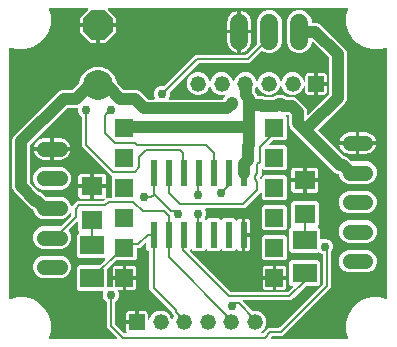
<source format=gbr>
G04 EAGLE Gerber RS-274X export*
G75*
%MOMM*%
%FSLAX34Y34*%
%LPD*%
%AMOC8*
5,1,8,0,0,1.08239X$1,22.5*%
G01*
%ADD10R,0.609600X2.209800*%
%ADD11R,1.508000X1.508000*%
%ADD12R,1.320800X1.320800*%
%ADD13C,1.320800*%
%ADD14C,1.308000*%
%ADD15C,2.540000*%
%ADD16P,2.749271X8X112.500000*%
%ADD17R,1.803000X1.600000*%
%ADD18R,2.000000X1.600000*%
%ADD19C,1.524000*%
%ADD20C,1.000000*%
%ADD21C,0.200000*%
%ADD22C,0.756400*%

G36*
X100281Y10012D02*
X100281Y10012D01*
X100353Y10014D01*
X100402Y10032D01*
X100453Y10040D01*
X100517Y10074D01*
X100584Y10099D01*
X100625Y10131D01*
X100671Y10156D01*
X100720Y10208D01*
X100776Y10252D01*
X100804Y10296D01*
X100840Y10334D01*
X100870Y10399D01*
X100909Y10459D01*
X100922Y10510D01*
X100944Y10557D01*
X100952Y10628D01*
X100969Y10698D01*
X100965Y10750D01*
X100971Y10801D01*
X100956Y10872D01*
X100950Y10943D01*
X100930Y10991D01*
X100919Y11042D01*
X100882Y11103D01*
X100854Y11169D01*
X100809Y11225D01*
X100792Y11253D01*
X100775Y11268D01*
X100749Y11300D01*
X94773Y17276D01*
X92499Y19550D01*
X92499Y40600D01*
X92480Y40715D01*
X92463Y40831D01*
X92460Y40837D01*
X92460Y40843D01*
X92405Y40945D01*
X92352Y41051D01*
X92347Y41055D01*
X92344Y41060D01*
X92289Y41112D01*
X92265Y41143D01*
X90250Y43158D01*
X89217Y45651D01*
X89217Y48349D01*
X89465Y48947D01*
X89475Y48991D01*
X89495Y49033D01*
X89503Y49110D01*
X89521Y49186D01*
X89517Y49232D01*
X89522Y49277D01*
X89505Y49354D01*
X89498Y49431D01*
X89479Y49473D01*
X89469Y49518D01*
X89430Y49585D01*
X89398Y49656D01*
X89367Y49690D01*
X89343Y49729D01*
X89284Y49780D01*
X89231Y49837D01*
X89191Y49859D01*
X89156Y49889D01*
X89084Y49918D01*
X89016Y49955D01*
X88971Y49964D01*
X88928Y49981D01*
X88792Y49996D01*
X88774Y49999D01*
X88769Y49998D01*
X88761Y49999D01*
X68757Y49999D01*
X66999Y51757D01*
X66999Y70243D01*
X68757Y72001D01*
X85735Y72001D01*
X85825Y72015D01*
X85916Y72023D01*
X85945Y72035D01*
X85977Y72040D01*
X86058Y72083D01*
X86142Y72119D01*
X86174Y72145D01*
X86195Y72156D01*
X86217Y72179D01*
X86273Y72224D01*
X90749Y76700D01*
X90791Y76758D01*
X90840Y76810D01*
X90862Y76857D01*
X90892Y76899D01*
X90914Y76968D01*
X90944Y77033D01*
X90950Y77085D01*
X90965Y77135D01*
X90963Y77206D01*
X90971Y77277D01*
X90960Y77328D01*
X90958Y77380D01*
X90934Y77448D01*
X90919Y77518D01*
X90892Y77562D01*
X90874Y77611D01*
X90829Y77667D01*
X90792Y77729D01*
X90753Y77763D01*
X90720Y77803D01*
X90660Y77842D01*
X90606Y77889D01*
X90557Y77908D01*
X90513Y77936D01*
X90444Y77954D01*
X90377Y77981D01*
X90306Y77989D01*
X90275Y77997D01*
X90252Y77995D01*
X90211Y77999D01*
X68757Y77999D01*
X66999Y79757D01*
X66999Y98243D01*
X68601Y99844D01*
X68612Y99860D01*
X68628Y99873D01*
X68684Y99960D01*
X68744Y100044D01*
X68750Y100063D01*
X68761Y100080D01*
X68786Y100180D01*
X68816Y100279D01*
X68816Y100299D01*
X68821Y100318D01*
X68813Y100421D01*
X68810Y100525D01*
X68803Y100544D01*
X68802Y100564D01*
X68761Y100658D01*
X68726Y100756D01*
X68713Y100772D01*
X68705Y100790D01*
X68601Y100921D01*
X67984Y101537D01*
X67984Y108196D01*
X67973Y108266D01*
X67971Y108338D01*
X67953Y108387D01*
X67945Y108438D01*
X67911Y108502D01*
X67886Y108569D01*
X67854Y108610D01*
X67829Y108656D01*
X67778Y108705D01*
X67733Y108761D01*
X67689Y108789D01*
X67651Y108825D01*
X67586Y108855D01*
X67526Y108894D01*
X67475Y108907D01*
X67428Y108929D01*
X67357Y108937D01*
X67287Y108954D01*
X67235Y108950D01*
X67184Y108956D01*
X67113Y108941D01*
X67042Y108935D01*
X66994Y108915D01*
X66943Y108904D01*
X66882Y108867D01*
X66816Y108839D01*
X66760Y108794D01*
X66732Y108777D01*
X66717Y108760D01*
X66685Y108734D01*
X60430Y102479D01*
X60418Y102463D01*
X60403Y102451D01*
X60347Y102363D01*
X60286Y102279D01*
X60281Y102260D01*
X60270Y102244D01*
X60245Y102143D01*
X60214Y102044D01*
X60215Y102024D01*
X60210Y102005D01*
X60218Y101902D01*
X60220Y101798D01*
X60227Y101780D01*
X60229Y101760D01*
X60269Y101665D01*
X60305Y101567D01*
X60317Y101552D01*
X60325Y101534D01*
X60430Y101403D01*
X60728Y101104D01*
X62181Y97598D01*
X62181Y93802D01*
X60728Y90296D01*
X58044Y87612D01*
X54538Y86159D01*
X37662Y86159D01*
X34156Y87612D01*
X31472Y90296D01*
X30019Y93802D01*
X30019Y97598D01*
X31472Y101104D01*
X34156Y103788D01*
X37662Y105241D01*
X52975Y105241D01*
X53065Y105255D01*
X53156Y105263D01*
X53185Y105275D01*
X53217Y105280D01*
X53298Y105323D01*
X53382Y105359D01*
X53414Y105385D01*
X53435Y105396D01*
X53457Y105419D01*
X53513Y105464D01*
X62276Y114227D01*
X62329Y114301D01*
X62389Y114371D01*
X62401Y114401D01*
X62420Y114427D01*
X62447Y114514D01*
X62481Y114599D01*
X62485Y114640D01*
X62492Y114662D01*
X62491Y114694D01*
X62499Y114765D01*
X62499Y115744D01*
X62484Y115840D01*
X62474Y115937D01*
X62464Y115961D01*
X62460Y115987D01*
X62414Y116073D01*
X62374Y116162D01*
X62357Y116181D01*
X62344Y116204D01*
X62274Y116271D01*
X62208Y116343D01*
X62185Y116356D01*
X62166Y116374D01*
X62078Y116415D01*
X61992Y116462D01*
X61967Y116466D01*
X61943Y116477D01*
X61846Y116488D01*
X61750Y116505D01*
X61724Y116502D01*
X61699Y116504D01*
X61603Y116484D01*
X61507Y116470D01*
X61484Y116458D01*
X61458Y116452D01*
X61374Y116402D01*
X61288Y116358D01*
X61270Y116339D01*
X61247Y116326D01*
X61184Y116252D01*
X61116Y116182D01*
X61100Y116154D01*
X61087Y116139D01*
X61075Y116108D01*
X61035Y116036D01*
X60728Y115296D01*
X58044Y112612D01*
X54538Y111159D01*
X37662Y111159D01*
X34156Y112612D01*
X31472Y115296D01*
X30019Y118802D01*
X30019Y119058D01*
X30005Y119148D01*
X29997Y119239D01*
X29985Y119269D01*
X29980Y119301D01*
X29937Y119381D01*
X29901Y119465D01*
X29875Y119497D01*
X29864Y119518D01*
X29841Y119540D01*
X29796Y119596D01*
X29565Y119827D01*
X29512Y119865D01*
X29465Y119911D01*
X29392Y119951D01*
X29366Y119971D01*
X29347Y119976D01*
X29318Y119992D01*
X27751Y120641D01*
X25534Y122858D01*
X15858Y132534D01*
X13641Y134751D01*
X12499Y137508D01*
X12499Y178492D01*
X13641Y181249D01*
X49534Y217142D01*
X51751Y219359D01*
X54508Y220501D01*
X62578Y220501D01*
X62668Y220515D01*
X62759Y220523D01*
X62789Y220535D01*
X62821Y220540D01*
X62901Y220583D01*
X62985Y220619D01*
X63017Y220645D01*
X63038Y220656D01*
X63060Y220679D01*
X63116Y220724D01*
X69076Y226684D01*
X69129Y226758D01*
X69189Y226827D01*
X69201Y226857D01*
X69220Y226884D01*
X69247Y226971D01*
X69281Y227055D01*
X69285Y227096D01*
X69292Y227119D01*
X69291Y227151D01*
X69299Y227222D01*
X69299Y227723D01*
X71690Y233494D01*
X76106Y237910D01*
X81877Y240301D01*
X88123Y240301D01*
X93894Y237910D01*
X98310Y233494D01*
X100701Y227723D01*
X100701Y227222D01*
X100715Y227132D01*
X100723Y227041D01*
X100735Y227011D01*
X100740Y226979D01*
X100783Y226899D01*
X100819Y226815D01*
X100845Y226783D01*
X100856Y226762D01*
X100879Y226740D01*
X100924Y226684D01*
X106884Y220724D01*
X106958Y220671D01*
X107027Y220611D01*
X107058Y220599D01*
X107084Y220580D01*
X107171Y220553D01*
X107256Y220519D01*
X107296Y220515D01*
X107319Y220508D01*
X107351Y220509D01*
X107422Y220501D01*
X117492Y220501D01*
X120249Y219359D01*
X126884Y212724D01*
X126958Y212671D01*
X127027Y212611D01*
X127058Y212599D01*
X127084Y212580D01*
X127171Y212553D01*
X127256Y212519D01*
X127296Y212515D01*
X127319Y212508D01*
X127351Y212509D01*
X127422Y212501D01*
X132383Y212501D01*
X132428Y212508D01*
X132474Y212506D01*
X132549Y212528D01*
X132626Y212540D01*
X132666Y212562D01*
X132710Y212575D01*
X132774Y212619D01*
X132843Y212656D01*
X132874Y212689D01*
X132912Y212715D01*
X132959Y212778D01*
X133012Y212834D01*
X133032Y212876D01*
X133059Y212912D01*
X133083Y212986D01*
X133116Y213057D01*
X133121Y213103D01*
X133135Y213146D01*
X133134Y213224D01*
X133143Y213301D01*
X133133Y213346D01*
X133133Y213392D01*
X133095Y213524D01*
X133091Y213542D01*
X133088Y213546D01*
X133086Y213553D01*
X132217Y215651D01*
X132217Y218349D01*
X133250Y220842D01*
X135158Y222750D01*
X137651Y223783D01*
X140440Y223783D01*
X140448Y223781D01*
X140453Y223781D01*
X140458Y223780D01*
X140489Y223783D01*
X140501Y223783D01*
X140516Y223785D01*
X140576Y223791D01*
X140693Y223800D01*
X140698Y223802D01*
X140703Y223802D01*
X140811Y223850D01*
X140919Y223896D01*
X140924Y223900D01*
X140928Y223902D01*
X140941Y223913D01*
X141050Y224001D01*
X165276Y248227D01*
X167550Y250501D01*
X210235Y250501D01*
X210325Y250515D01*
X210416Y250523D01*
X210445Y250535D01*
X210477Y250540D01*
X210558Y250583D01*
X210642Y250619D01*
X210674Y250645D01*
X210695Y250656D01*
X210717Y250679D01*
X210773Y250724D01*
X219294Y259245D01*
X219362Y259339D01*
X219432Y259434D01*
X219434Y259440D01*
X219438Y259445D01*
X219472Y259556D01*
X219508Y259667D01*
X219508Y259674D01*
X219510Y259680D01*
X219507Y259796D01*
X219506Y259913D01*
X219504Y259921D01*
X219504Y259926D01*
X219497Y259943D01*
X219459Y260075D01*
X219379Y260267D01*
X219379Y279733D01*
X220996Y283636D01*
X223984Y286624D01*
X227887Y288241D01*
X232113Y288241D01*
X236016Y286624D01*
X239004Y283636D01*
X240621Y279733D01*
X240621Y260267D01*
X239004Y256364D01*
X236016Y253376D01*
X232113Y251759D01*
X227887Y251759D01*
X223989Y253374D01*
X223876Y253401D01*
X223762Y253429D01*
X223756Y253429D01*
X223750Y253430D01*
X223633Y253419D01*
X223517Y253410D01*
X223511Y253408D01*
X223505Y253407D01*
X223397Y253359D01*
X223291Y253314D01*
X223285Y253309D01*
X223280Y253307D01*
X223266Y253294D01*
X223160Y253209D01*
X213450Y243499D01*
X170765Y243499D01*
X170675Y243485D01*
X170584Y243477D01*
X170555Y243465D01*
X170523Y243460D01*
X170442Y243417D01*
X170358Y243381D01*
X170326Y243355D01*
X170305Y243344D01*
X170283Y243321D01*
X170227Y243276D01*
X146001Y219050D01*
X145933Y218955D01*
X145862Y218860D01*
X145861Y218855D01*
X145857Y218850D01*
X145823Y218738D01*
X145787Y218626D01*
X145787Y218620D01*
X145785Y218615D01*
X145787Y218540D01*
X145783Y218501D01*
X145783Y215651D01*
X144914Y213553D01*
X144903Y213509D01*
X144884Y213467D01*
X144876Y213390D01*
X144858Y213314D01*
X144862Y213268D01*
X144857Y213223D01*
X144874Y213146D01*
X144881Y213069D01*
X144899Y213027D01*
X144909Y212982D01*
X144949Y212915D01*
X144981Y212844D01*
X145012Y212810D01*
X145035Y212771D01*
X145095Y212720D01*
X145147Y212663D01*
X145187Y212641D01*
X145222Y212611D01*
X145295Y212582D01*
X145363Y212545D01*
X145408Y212536D01*
X145450Y212519D01*
X145586Y212504D01*
X145605Y212501D01*
X145610Y212502D01*
X145617Y212501D01*
X190408Y212501D01*
X190523Y212520D01*
X190639Y212537D01*
X190645Y212539D01*
X190651Y212540D01*
X190754Y212595D01*
X190859Y212648D01*
X190863Y212653D01*
X190869Y212656D01*
X190948Y212740D01*
X191031Y212824D01*
X191035Y212830D01*
X191038Y212834D01*
X191046Y212851D01*
X191112Y212971D01*
X191641Y214249D01*
X192288Y214896D01*
X192330Y214954D01*
X192379Y215006D01*
X192401Y215053D01*
X192432Y215095D01*
X192453Y215164D01*
X192483Y215229D01*
X192489Y215281D01*
X192504Y215331D01*
X192502Y215402D01*
X192510Y215473D01*
X192499Y215524D01*
X192498Y215576D01*
X192473Y215644D01*
X192458Y215714D01*
X192431Y215759D01*
X192413Y215807D01*
X192368Y215863D01*
X192332Y215925D01*
X192292Y215959D01*
X192259Y215999D01*
X192199Y216038D01*
X192145Y216085D01*
X192096Y216104D01*
X192053Y216132D01*
X191983Y216150D01*
X191917Y216177D01*
X191845Y216185D01*
X191814Y216193D01*
X191791Y216191D01*
X191750Y216195D01*
X187790Y216195D01*
X184259Y217658D01*
X181558Y220359D01*
X180403Y223146D01*
X180365Y223207D01*
X180336Y223272D01*
X180301Y223311D01*
X180274Y223355D01*
X180218Y223401D01*
X180170Y223453D01*
X180124Y223479D01*
X180084Y223512D01*
X180017Y223537D01*
X179954Y223572D01*
X179903Y223581D01*
X179855Y223600D01*
X179783Y223603D01*
X179712Y223616D01*
X179661Y223608D01*
X179609Y223610D01*
X179540Y223590D01*
X179469Y223580D01*
X179423Y223556D01*
X179373Y223542D01*
X179314Y223501D01*
X179250Y223468D01*
X179213Y223431D01*
X179171Y223402D01*
X179128Y223344D01*
X179078Y223293D01*
X179043Y223230D01*
X179024Y223204D01*
X179017Y223182D01*
X178997Y223146D01*
X177842Y220359D01*
X175141Y217658D01*
X171610Y216195D01*
X167790Y216195D01*
X164259Y217658D01*
X161558Y220359D01*
X160095Y223890D01*
X160095Y227710D01*
X161558Y231241D01*
X164259Y233942D01*
X167790Y235405D01*
X171610Y235405D01*
X175141Y233942D01*
X177842Y231241D01*
X178997Y228454D01*
X179035Y228393D01*
X179064Y228328D01*
X179099Y228289D01*
X179126Y228245D01*
X179182Y228199D01*
X179230Y228147D01*
X179276Y228121D01*
X179316Y228088D01*
X179383Y228063D01*
X179446Y228028D01*
X179497Y228019D01*
X179545Y228000D01*
X179617Y227997D01*
X179688Y227984D01*
X179739Y227992D01*
X179791Y227990D01*
X179860Y228010D01*
X179931Y228020D01*
X179977Y228044D01*
X180027Y228058D01*
X180086Y228099D01*
X180150Y228132D01*
X180187Y228169D01*
X180229Y228198D01*
X180272Y228256D01*
X180322Y228307D01*
X180357Y228370D01*
X180376Y228396D01*
X180383Y228418D01*
X180403Y228454D01*
X181558Y231241D01*
X184259Y233942D01*
X187790Y235405D01*
X191610Y235405D01*
X195141Y233942D01*
X197842Y231241D01*
X198997Y228454D01*
X199035Y228393D01*
X199064Y228328D01*
X199099Y228289D01*
X199126Y228245D01*
X199182Y228199D01*
X199230Y228147D01*
X199276Y228121D01*
X199316Y228088D01*
X199383Y228063D01*
X199446Y228028D01*
X199497Y228019D01*
X199545Y228000D01*
X199617Y227997D01*
X199688Y227984D01*
X199739Y227992D01*
X199791Y227990D01*
X199860Y228010D01*
X199931Y228020D01*
X199977Y228044D01*
X200027Y228058D01*
X200086Y228099D01*
X200150Y228132D01*
X200187Y228169D01*
X200229Y228198D01*
X200272Y228256D01*
X200322Y228307D01*
X200357Y228370D01*
X200376Y228396D01*
X200383Y228418D01*
X200403Y228454D01*
X201558Y231241D01*
X204259Y233942D01*
X207790Y235405D01*
X211610Y235405D01*
X215141Y233942D01*
X217842Y231241D01*
X218997Y228454D01*
X219035Y228393D01*
X219064Y228328D01*
X219099Y228289D01*
X219126Y228245D01*
X219182Y228199D01*
X219230Y228147D01*
X219276Y228121D01*
X219316Y228088D01*
X219383Y228063D01*
X219446Y228028D01*
X219497Y228019D01*
X219545Y228000D01*
X219617Y227997D01*
X219688Y227984D01*
X219739Y227992D01*
X219791Y227990D01*
X219860Y228010D01*
X219931Y228020D01*
X219977Y228044D01*
X220027Y228058D01*
X220086Y228099D01*
X220150Y228132D01*
X220187Y228169D01*
X220229Y228198D01*
X220272Y228256D01*
X220322Y228307D01*
X220357Y228370D01*
X220376Y228396D01*
X220383Y228418D01*
X220403Y228454D01*
X221558Y231241D01*
X224259Y233942D01*
X227790Y235405D01*
X231610Y235405D01*
X235141Y233942D01*
X237842Y231241D01*
X238997Y228454D01*
X239035Y228393D01*
X239064Y228328D01*
X239099Y228289D01*
X239126Y228245D01*
X239182Y228199D01*
X239230Y228147D01*
X239276Y228121D01*
X239316Y228088D01*
X239383Y228063D01*
X239446Y228028D01*
X239497Y228019D01*
X239545Y228000D01*
X239617Y227997D01*
X239688Y227984D01*
X239739Y227992D01*
X239791Y227990D01*
X239860Y228010D01*
X239931Y228020D01*
X239977Y228044D01*
X240027Y228058D01*
X240086Y228099D01*
X240150Y228132D01*
X240187Y228169D01*
X240229Y228198D01*
X240272Y228256D01*
X240322Y228307D01*
X240357Y228370D01*
X240376Y228396D01*
X240383Y228418D01*
X240403Y228454D01*
X241558Y231241D01*
X244259Y233942D01*
X247790Y235405D01*
X251610Y235405D01*
X255141Y233942D01*
X257842Y231241D01*
X259091Y228227D01*
X259142Y228144D01*
X259188Y228058D01*
X259207Y228040D01*
X259220Y228018D01*
X259295Y227956D01*
X259366Y227889D01*
X259390Y227878D01*
X259410Y227861D01*
X259501Y227826D01*
X259589Y227785D01*
X259615Y227783D01*
X259639Y227773D01*
X259737Y227769D01*
X259833Y227758D01*
X259859Y227764D01*
X259885Y227763D01*
X259979Y227790D01*
X260074Y227811D01*
X260096Y227824D01*
X260121Y227831D01*
X260201Y227887D01*
X260285Y227937D01*
X260302Y227957D01*
X260323Y227972D01*
X260382Y228050D01*
X260445Y228124D01*
X260455Y228148D01*
X260470Y228169D01*
X260500Y228261D01*
X260537Y228352D01*
X260540Y228384D01*
X260546Y228403D01*
X260546Y228436D01*
X260555Y228519D01*
X260555Y232738D01*
X260728Y233385D01*
X261063Y233964D01*
X261536Y234437D01*
X262115Y234772D01*
X262762Y234945D01*
X268177Y234945D01*
X268177Y226562D01*
X268180Y226542D01*
X268178Y226523D01*
X268200Y226421D01*
X268217Y226319D01*
X268226Y226302D01*
X268230Y226282D01*
X268283Y226193D01*
X268332Y226102D01*
X268346Y226088D01*
X268356Y226071D01*
X268435Y226004D01*
X268510Y225933D01*
X268528Y225924D01*
X268543Y225911D01*
X268639Y225873D01*
X268733Y225829D01*
X268753Y225827D01*
X268771Y225819D01*
X268938Y225801D01*
X269701Y225801D01*
X269701Y225799D01*
X268938Y225799D01*
X268918Y225796D01*
X268899Y225798D01*
X268797Y225776D01*
X268695Y225759D01*
X268678Y225750D01*
X268658Y225746D01*
X268569Y225693D01*
X268478Y225644D01*
X268464Y225630D01*
X268447Y225620D01*
X268380Y225541D01*
X268309Y225466D01*
X268300Y225448D01*
X268287Y225433D01*
X268248Y225337D01*
X268205Y225243D01*
X268203Y225223D01*
X268195Y225205D01*
X268177Y225038D01*
X268177Y216655D01*
X262762Y216655D01*
X262115Y216828D01*
X261536Y217163D01*
X261063Y217636D01*
X260728Y218215D01*
X260555Y218862D01*
X260555Y223082D01*
X260540Y223178D01*
X260530Y223275D01*
X260520Y223298D01*
X260516Y223324D01*
X260470Y223410D01*
X260430Y223499D01*
X260413Y223519D01*
X260400Y223542D01*
X260330Y223609D01*
X260264Y223680D01*
X260241Y223693D01*
X260222Y223711D01*
X260134Y223752D01*
X260048Y223799D01*
X260023Y223804D01*
X259999Y223815D01*
X259902Y223825D01*
X259806Y223843D01*
X259780Y223839D01*
X259755Y223842D01*
X259659Y223821D01*
X259563Y223807D01*
X259540Y223795D01*
X259514Y223789D01*
X259431Y223740D01*
X259344Y223695D01*
X259325Y223677D01*
X259303Y223663D01*
X259240Y223589D01*
X259172Y223520D01*
X259156Y223491D01*
X259143Y223476D01*
X259131Y223446D01*
X259091Y223373D01*
X257842Y220359D01*
X255141Y217658D01*
X251610Y216195D01*
X247790Y216195D01*
X244259Y217658D01*
X241558Y220359D01*
X240403Y223146D01*
X240365Y223207D01*
X240336Y223272D01*
X240301Y223311D01*
X240274Y223355D01*
X240218Y223401D01*
X240170Y223453D01*
X240124Y223479D01*
X240084Y223512D01*
X240017Y223537D01*
X239954Y223572D01*
X239903Y223581D01*
X239855Y223600D01*
X239783Y223603D01*
X239712Y223616D01*
X239661Y223608D01*
X239609Y223610D01*
X239540Y223590D01*
X239469Y223580D01*
X239423Y223556D01*
X239373Y223542D01*
X239314Y223501D01*
X239250Y223468D01*
X239213Y223431D01*
X239171Y223402D01*
X239128Y223344D01*
X239078Y223293D01*
X239043Y223230D01*
X239024Y223204D01*
X239017Y223182D01*
X238997Y223146D01*
X237842Y220359D01*
X235141Y217658D01*
X231610Y216195D01*
X227790Y216195D01*
X224259Y217658D01*
X221558Y220359D01*
X220403Y223146D01*
X220365Y223207D01*
X220336Y223272D01*
X220301Y223311D01*
X220274Y223355D01*
X220218Y223401D01*
X220170Y223453D01*
X220124Y223479D01*
X220084Y223512D01*
X220017Y223537D01*
X219954Y223572D01*
X219903Y223581D01*
X219855Y223600D01*
X219783Y223603D01*
X219712Y223616D01*
X219661Y223608D01*
X219609Y223610D01*
X219540Y223590D01*
X219469Y223580D01*
X219423Y223556D01*
X219373Y223542D01*
X219314Y223501D01*
X219250Y223468D01*
X219213Y223431D01*
X219171Y223402D01*
X219128Y223344D01*
X219078Y223293D01*
X219043Y223230D01*
X219024Y223204D01*
X219017Y223182D01*
X218997Y223146D01*
X217842Y220359D01*
X217724Y220241D01*
X217671Y220167D01*
X217611Y220097D01*
X217599Y220067D01*
X217580Y220041D01*
X217553Y219954D01*
X217519Y219869D01*
X217515Y219828D01*
X217508Y219806D01*
X217509Y219774D01*
X217501Y219702D01*
X217501Y219422D01*
X217515Y219332D01*
X217523Y219241D01*
X217535Y219211D01*
X217540Y219179D01*
X217583Y219099D01*
X217619Y219015D01*
X217645Y218983D01*
X217656Y218962D01*
X217679Y218940D01*
X217724Y218884D01*
X219359Y217249D01*
X219888Y215971D01*
X219950Y215871D01*
X220010Y215771D01*
X220015Y215767D01*
X220018Y215762D01*
X220108Y215687D01*
X220197Y215611D01*
X220203Y215609D01*
X220207Y215605D01*
X220316Y215563D01*
X220425Y215519D01*
X220432Y215518D01*
X220437Y215517D01*
X220455Y215516D01*
X220592Y215501D01*
X224492Y215501D01*
X226766Y214559D01*
X226830Y214544D01*
X226891Y214519D01*
X226974Y214510D01*
X227006Y214503D01*
X227025Y214504D01*
X227058Y214501D01*
X232578Y214501D01*
X232668Y214515D01*
X232759Y214523D01*
X232789Y214535D01*
X232821Y214540D01*
X232901Y214583D01*
X232985Y214619D01*
X233017Y214645D01*
X233038Y214656D01*
X233060Y214679D01*
X233116Y214724D01*
X233751Y215359D01*
X236508Y216501D01*
X241492Y216501D01*
X244249Y215359D01*
X244884Y214724D01*
X244958Y214671D01*
X245027Y214611D01*
X245058Y214599D01*
X245084Y214580D01*
X245171Y214553D01*
X245256Y214519D01*
X245296Y214515D01*
X245319Y214508D01*
X245351Y214509D01*
X245422Y214501D01*
X250492Y214501D01*
X253249Y213359D01*
X260359Y206249D01*
X261501Y203492D01*
X261501Y199946D01*
X261512Y199875D01*
X261514Y199804D01*
X261532Y199755D01*
X261540Y199703D01*
X261574Y199640D01*
X261599Y199573D01*
X261631Y199532D01*
X261656Y199486D01*
X261708Y199437D01*
X261752Y199381D01*
X261796Y199353D01*
X261834Y199317D01*
X261899Y199286D01*
X261959Y199248D01*
X262010Y199235D01*
X262057Y199213D01*
X262128Y199205D01*
X262198Y199188D01*
X262250Y199192D01*
X262301Y199186D01*
X262372Y199201D01*
X262443Y199207D01*
X262491Y199227D01*
X262542Y199238D01*
X262603Y199275D01*
X262669Y199303D01*
X262725Y199348D01*
X262753Y199364D01*
X262768Y199382D01*
X262800Y199408D01*
X280276Y216884D01*
X280329Y216958D01*
X280389Y217027D01*
X280401Y217058D01*
X280420Y217084D01*
X280447Y217171D01*
X280481Y217256D01*
X280485Y217296D01*
X280492Y217319D01*
X280491Y217351D01*
X280499Y217422D01*
X280499Y247578D01*
X280485Y247668D01*
X280477Y247759D01*
X280465Y247789D01*
X280460Y247821D01*
X280417Y247901D01*
X280381Y247985D01*
X280355Y248017D01*
X280344Y248038D01*
X280321Y248060D01*
X280276Y248116D01*
X267320Y261072D01*
X267262Y261114D01*
X267210Y261163D01*
X267163Y261185D01*
X267121Y261216D01*
X267052Y261237D01*
X266987Y261267D01*
X266935Y261273D01*
X266885Y261288D01*
X266814Y261286D01*
X266743Y261294D01*
X266692Y261283D01*
X266640Y261282D01*
X266572Y261257D01*
X266502Y261242D01*
X266457Y261215D01*
X266409Y261197D01*
X266353Y261152D01*
X266291Y261116D01*
X266257Y261076D01*
X266217Y261043D01*
X266178Y260983D01*
X266131Y260929D01*
X266112Y260880D01*
X266084Y260837D01*
X266066Y260767D01*
X266039Y260701D01*
X266031Y260629D01*
X266023Y260598D01*
X266025Y260575D01*
X266021Y260534D01*
X266021Y260267D01*
X264404Y256364D01*
X261416Y253376D01*
X257513Y251759D01*
X253287Y251759D01*
X249384Y253376D01*
X246396Y256364D01*
X244779Y260267D01*
X244779Y279733D01*
X246396Y283636D01*
X249384Y286624D01*
X253287Y288241D01*
X257513Y288241D01*
X261416Y286624D01*
X264404Y283636D01*
X266021Y279733D01*
X266021Y278262D01*
X266024Y278242D01*
X266022Y278223D01*
X266044Y278121D01*
X266060Y278019D01*
X266070Y278002D01*
X266074Y277982D01*
X266127Y277893D01*
X266176Y277802D01*
X266190Y277788D01*
X266200Y277771D01*
X266279Y277704D01*
X266354Y277632D01*
X266372Y277624D01*
X266387Y277611D01*
X266483Y277572D01*
X266577Y277529D01*
X266597Y277527D01*
X266615Y277519D01*
X266782Y277501D01*
X270492Y277501D01*
X273249Y276359D01*
X294359Y255249D01*
X295501Y252492D01*
X295501Y212508D01*
X294359Y209751D01*
X271646Y187038D01*
X271634Y187022D01*
X271619Y187010D01*
X271563Y186922D01*
X271502Y186839D01*
X271497Y186820D01*
X271486Y186803D01*
X271460Y186702D01*
X271430Y186603D01*
X271431Y186584D01*
X271426Y186564D01*
X271434Y186461D01*
X271436Y186358D01*
X271443Y186339D01*
X271445Y186319D01*
X271485Y186224D01*
X271521Y186127D01*
X271533Y186111D01*
X271541Y186093D01*
X271646Y185962D01*
X292884Y164724D01*
X292958Y164671D01*
X293027Y164611D01*
X293058Y164599D01*
X293084Y164580D01*
X293171Y164553D01*
X293256Y164519D01*
X293296Y164515D01*
X293319Y164508D01*
X293351Y164509D01*
X293422Y164501D01*
X293492Y164501D01*
X296249Y163359D01*
X299144Y160464D01*
X299218Y160411D01*
X299287Y160351D01*
X299318Y160339D01*
X299344Y160320D01*
X299431Y160293D01*
X299516Y160259D01*
X299556Y160255D01*
X299579Y160248D01*
X299611Y160249D01*
X299682Y160241D01*
X313238Y160241D01*
X316744Y158788D01*
X319428Y156104D01*
X320881Y152598D01*
X320881Y148802D01*
X319428Y145296D01*
X316744Y142612D01*
X313238Y141159D01*
X296362Y141159D01*
X292856Y142612D01*
X290172Y145296D01*
X288719Y148802D01*
X288719Y148903D01*
X288700Y149018D01*
X288683Y149134D01*
X288681Y149140D01*
X288680Y149146D01*
X288625Y149248D01*
X288572Y149353D01*
X288567Y149358D01*
X288564Y149363D01*
X288480Y149443D01*
X288396Y149526D01*
X288390Y149529D01*
X288386Y149533D01*
X288369Y149540D01*
X288249Y149606D01*
X285751Y150641D01*
X247641Y188751D01*
X246499Y191508D01*
X246499Y198578D01*
X246485Y198668D01*
X246477Y198759D01*
X246465Y198789D01*
X246460Y198821D01*
X246417Y198901D01*
X246381Y198985D01*
X246355Y199017D01*
X246344Y199038D01*
X246321Y199060D01*
X246276Y199116D01*
X246116Y199276D01*
X246042Y199329D01*
X245973Y199389D01*
X245942Y199401D01*
X245916Y199420D01*
X245829Y199447D01*
X245744Y199481D01*
X245704Y199485D01*
X245681Y199492D01*
X245649Y199491D01*
X245578Y199499D01*
X244662Y199499D01*
X244591Y199488D01*
X244520Y199486D01*
X244471Y199468D01*
X244419Y199460D01*
X244356Y199426D01*
X244289Y199401D01*
X244248Y199369D01*
X244202Y199344D01*
X244153Y199292D01*
X244097Y199248D01*
X244069Y199204D01*
X244033Y199166D01*
X244002Y199101D01*
X243964Y199041D01*
X243951Y198990D01*
X243929Y198943D01*
X243921Y198872D01*
X243904Y198802D01*
X243908Y198750D01*
X243902Y198699D01*
X243917Y198628D01*
X243923Y198557D01*
X243943Y198509D01*
X243954Y198458D01*
X243991Y198397D01*
X244019Y198331D01*
X244064Y198275D01*
X244080Y198247D01*
X244098Y198232D01*
X244124Y198200D01*
X244941Y197383D01*
X244941Y179817D01*
X243183Y178059D01*
X233325Y178059D01*
X233235Y178045D01*
X233144Y178037D01*
X233115Y178025D01*
X233083Y178020D01*
X233002Y177977D01*
X232918Y177941D01*
X232886Y177915D01*
X232865Y177904D01*
X232843Y177881D01*
X232787Y177836D01*
X229991Y175040D01*
X229949Y174982D01*
X229900Y174930D01*
X229878Y174883D01*
X229848Y174841D01*
X229826Y174772D01*
X229796Y174707D01*
X229790Y174655D01*
X229775Y174605D01*
X229777Y174534D01*
X229769Y174463D01*
X229780Y174412D01*
X229782Y174360D01*
X229806Y174292D01*
X229821Y174222D01*
X229848Y174177D01*
X229866Y174129D01*
X229911Y174073D01*
X229948Y174011D01*
X229987Y173977D01*
X230020Y173937D01*
X230080Y173898D01*
X230134Y173851D01*
X230183Y173832D01*
X230227Y173804D01*
X230296Y173786D01*
X230363Y173759D01*
X230434Y173751D01*
X230465Y173743D01*
X230488Y173745D01*
X230529Y173741D01*
X243183Y173741D01*
X244941Y171983D01*
X244941Y154417D01*
X243183Y152659D01*
X225617Y152659D01*
X224800Y153476D01*
X224742Y153518D01*
X224690Y153567D01*
X224643Y153589D01*
X224601Y153620D01*
X224532Y153641D01*
X224467Y153671D01*
X224415Y153677D01*
X224365Y153692D01*
X224294Y153690D01*
X224223Y153698D01*
X224172Y153687D01*
X224120Y153686D01*
X224052Y153661D01*
X223982Y153646D01*
X223937Y153619D01*
X223889Y153601D01*
X223833Y153556D01*
X223771Y153520D01*
X223737Y153480D01*
X223697Y153447D01*
X223658Y153387D01*
X223611Y153333D01*
X223592Y153284D01*
X223564Y153241D01*
X223546Y153171D01*
X223519Y153105D01*
X223511Y153033D01*
X223503Y153002D01*
X223505Y152979D01*
X223501Y152938D01*
X223501Y148550D01*
X221989Y147038D01*
X221977Y147022D01*
X221962Y147010D01*
X221906Y146922D01*
X221846Y146839D01*
X221840Y146820D01*
X221829Y146803D01*
X221804Y146702D01*
X221773Y146603D01*
X221774Y146584D01*
X221769Y146564D01*
X221777Y146461D01*
X221780Y146358D01*
X221786Y146339D01*
X221788Y146319D01*
X221828Y146224D01*
X221864Y146127D01*
X221877Y146111D01*
X221884Y146093D01*
X221989Y145962D01*
X222560Y145391D01*
X222618Y145349D01*
X222670Y145300D01*
X222717Y145278D01*
X222759Y145248D01*
X222828Y145226D01*
X222893Y145196D01*
X222945Y145190D01*
X222995Y145175D01*
X223066Y145177D01*
X223137Y145169D01*
X223188Y145180D01*
X223240Y145182D01*
X223308Y145206D01*
X223378Y145221D01*
X223422Y145248D01*
X223471Y145266D01*
X223527Y145311D01*
X223589Y145348D01*
X223623Y145387D01*
X223663Y145420D01*
X223702Y145480D01*
X223749Y145534D01*
X223768Y145583D01*
X223796Y145627D01*
X223814Y145696D01*
X223841Y145763D01*
X223849Y145834D01*
X223857Y145865D01*
X223855Y145888D01*
X223859Y145929D01*
X223859Y146583D01*
X225617Y148341D01*
X243183Y148341D01*
X244941Y146583D01*
X244941Y129017D01*
X243183Y127259D01*
X225617Y127259D01*
X223859Y129017D01*
X223859Y133071D01*
X223848Y133141D01*
X223846Y133213D01*
X223828Y133262D01*
X223820Y133313D01*
X223786Y133377D01*
X223761Y133444D01*
X223729Y133485D01*
X223704Y133531D01*
X223652Y133580D01*
X223608Y133636D01*
X223564Y133664D01*
X223526Y133700D01*
X223461Y133730D01*
X223401Y133769D01*
X223350Y133782D01*
X223303Y133804D01*
X223232Y133812D01*
X223162Y133829D01*
X223110Y133825D01*
X223059Y133831D01*
X222988Y133816D01*
X222917Y133810D01*
X222869Y133790D01*
X222818Y133779D01*
X222757Y133742D01*
X222691Y133714D01*
X222635Y133669D01*
X222607Y133652D01*
X222592Y133635D01*
X222560Y133609D01*
X221227Y132276D01*
X209450Y120499D01*
X176617Y120499D01*
X176572Y120492D01*
X176526Y120494D01*
X176451Y120472D01*
X176374Y120460D01*
X176334Y120438D01*
X176290Y120425D01*
X176226Y120381D01*
X176157Y120344D01*
X176126Y120311D01*
X176088Y120285D01*
X176041Y120222D01*
X175988Y120166D01*
X175968Y120124D01*
X175941Y120088D01*
X175917Y120014D01*
X175884Y119943D01*
X175879Y119897D01*
X175865Y119854D01*
X175866Y119776D01*
X175857Y119699D01*
X175867Y119654D01*
X175867Y119608D01*
X175905Y119476D01*
X175909Y119458D01*
X175912Y119454D01*
X175914Y119447D01*
X176783Y117349D01*
X176783Y114651D01*
X175750Y112158D01*
X175587Y111995D01*
X175576Y111979D01*
X175560Y111966D01*
X175504Y111879D01*
X175444Y111795D01*
X175438Y111776D01*
X175427Y111759D01*
X175402Y111659D01*
X175371Y111560D01*
X175372Y111540D01*
X175367Y111521D01*
X175375Y111418D01*
X175378Y111314D01*
X175385Y111295D01*
X175386Y111276D01*
X175427Y111181D01*
X175462Y111083D01*
X175475Y111068D01*
X175482Y111049D01*
X175587Y110918D01*
X175912Y110594D01*
X175928Y110582D01*
X175940Y110567D01*
X176028Y110511D01*
X176112Y110450D01*
X176130Y110445D01*
X176147Y110434D01*
X176248Y110408D01*
X176347Y110378D01*
X176366Y110379D01*
X176386Y110374D01*
X176489Y110382D01*
X176592Y110384D01*
X176611Y110391D01*
X176631Y110393D01*
X176726Y110433D01*
X176823Y110469D01*
X176839Y110481D01*
X176857Y110489D01*
X176988Y110594D01*
X178509Y112115D01*
X187091Y112115D01*
X188612Y110594D01*
X188628Y110582D01*
X188640Y110567D01*
X188728Y110511D01*
X188811Y110450D01*
X188830Y110445D01*
X188847Y110434D01*
X188948Y110408D01*
X189047Y110378D01*
X189066Y110379D01*
X189086Y110374D01*
X189189Y110382D01*
X189292Y110384D01*
X189311Y110391D01*
X189331Y110393D01*
X189426Y110433D01*
X189523Y110469D01*
X189539Y110481D01*
X189557Y110489D01*
X189688Y110594D01*
X191209Y112115D01*
X199791Y112115D01*
X201727Y110179D01*
X201823Y110110D01*
X201919Y110039D01*
X201923Y110038D01*
X201926Y110036D01*
X202039Y110001D01*
X202153Y109964D01*
X202157Y109964D01*
X202161Y109963D01*
X202280Y109966D01*
X202399Y109968D01*
X202403Y109969D01*
X202407Y109970D01*
X202519Y110010D01*
X202631Y110050D01*
X202634Y110053D01*
X202638Y110054D01*
X202732Y110129D01*
X202825Y110202D01*
X202828Y110206D01*
X202830Y110208D01*
X202838Y110219D01*
X202924Y110337D01*
X203119Y110674D01*
X203592Y111147D01*
X204171Y111482D01*
X204818Y111655D01*
X206677Y111655D01*
X206677Y98827D01*
X206680Y98807D01*
X206678Y98788D01*
X206700Y98686D01*
X206717Y98584D01*
X206726Y98567D01*
X206730Y98547D01*
X206783Y98458D01*
X206832Y98367D01*
X206846Y98353D01*
X206856Y98336D01*
X206935Y98269D01*
X207010Y98198D01*
X207028Y98189D01*
X207043Y98176D01*
X207139Y98137D01*
X207233Y98094D01*
X207253Y98092D01*
X207271Y98084D01*
X207438Y98066D01*
X208201Y98066D01*
X208201Y98064D01*
X207438Y98064D01*
X207418Y98061D01*
X207399Y98063D01*
X207297Y98041D01*
X207195Y98024D01*
X207178Y98015D01*
X207158Y98011D01*
X207069Y97958D01*
X206978Y97909D01*
X206964Y97895D01*
X206947Y97885D01*
X206880Y97806D01*
X206809Y97731D01*
X206800Y97713D01*
X206787Y97698D01*
X206748Y97602D01*
X206705Y97508D01*
X206703Y97488D01*
X206695Y97470D01*
X206677Y97303D01*
X206677Y84475D01*
X204818Y84475D01*
X204171Y84648D01*
X203592Y84983D01*
X203119Y85456D01*
X202924Y85793D01*
X202878Y85850D01*
X202874Y85855D01*
X202871Y85859D01*
X202848Y85886D01*
X202775Y85978D01*
X202771Y85980D01*
X202768Y85984D01*
X202667Y86047D01*
X202568Y86111D01*
X202564Y86112D01*
X202560Y86114D01*
X202444Y86142D01*
X202329Y86171D01*
X202325Y86171D01*
X202321Y86172D01*
X202202Y86161D01*
X202084Y86152D01*
X202080Y86150D01*
X202076Y86150D01*
X201966Y86102D01*
X201858Y86056D01*
X201854Y86053D01*
X201851Y86051D01*
X201840Y86042D01*
X201727Y85951D01*
X199791Y84015D01*
X191209Y84015D01*
X189688Y85536D01*
X189672Y85548D01*
X189660Y85563D01*
X189572Y85619D01*
X189489Y85680D01*
X189470Y85685D01*
X189453Y85696D01*
X189352Y85722D01*
X189253Y85752D01*
X189234Y85751D01*
X189214Y85756D01*
X189111Y85748D01*
X189008Y85746D01*
X188989Y85739D01*
X188969Y85737D01*
X188874Y85697D01*
X188777Y85661D01*
X188761Y85649D01*
X188743Y85641D01*
X188612Y85536D01*
X187091Y84015D01*
X178509Y84015D01*
X176988Y85536D01*
X176972Y85548D01*
X176960Y85563D01*
X176872Y85619D01*
X176789Y85680D01*
X176770Y85685D01*
X176753Y85696D01*
X176652Y85722D01*
X176553Y85752D01*
X176534Y85751D01*
X176514Y85756D01*
X176411Y85748D01*
X176308Y85746D01*
X176289Y85739D01*
X176269Y85737D01*
X176174Y85697D01*
X176077Y85661D01*
X176061Y85649D01*
X176043Y85641D01*
X175912Y85536D01*
X174391Y84015D01*
X165809Y84015D01*
X164288Y85536D01*
X164272Y85548D01*
X164260Y85563D01*
X164172Y85619D01*
X164089Y85680D01*
X164070Y85685D01*
X164053Y85696D01*
X163952Y85722D01*
X163853Y85752D01*
X163834Y85751D01*
X163814Y85756D01*
X163711Y85748D01*
X163608Y85746D01*
X163589Y85739D01*
X163569Y85737D01*
X163474Y85697D01*
X163377Y85661D01*
X163361Y85649D01*
X163343Y85641D01*
X163212Y85536D01*
X162852Y85176D01*
X162840Y85160D01*
X162824Y85147D01*
X162768Y85060D01*
X162708Y84976D01*
X162702Y84957D01*
X162691Y84940D01*
X162666Y84840D01*
X162636Y84741D01*
X162636Y84721D01*
X162631Y84702D01*
X162639Y84599D01*
X162642Y84495D01*
X162649Y84476D01*
X162650Y84457D01*
X162691Y84362D01*
X162726Y84264D01*
X162739Y84248D01*
X162747Y84230D01*
X162852Y84099D01*
X197227Y49724D01*
X197301Y49671D01*
X197371Y49611D01*
X197401Y49599D01*
X197427Y49580D01*
X197514Y49553D01*
X197599Y49519D01*
X197640Y49515D01*
X197662Y49508D01*
X197694Y49509D01*
X197765Y49501D01*
X245235Y49501D01*
X245325Y49515D01*
X245416Y49523D01*
X245445Y49535D01*
X245477Y49540D01*
X245558Y49583D01*
X245642Y49619D01*
X245674Y49645D01*
X245695Y49656D01*
X245717Y49679D01*
X245773Y49724D01*
X249749Y53700D01*
X249791Y53758D01*
X249840Y53810D01*
X249862Y53857D01*
X249892Y53899D01*
X249914Y53968D01*
X249944Y54033D01*
X249950Y54085D01*
X249965Y54135D01*
X249963Y54206D01*
X249971Y54277D01*
X249960Y54328D01*
X249958Y54380D01*
X249934Y54448D01*
X249919Y54518D01*
X249892Y54563D01*
X249874Y54611D01*
X249829Y54667D01*
X249792Y54729D01*
X249753Y54763D01*
X249720Y54803D01*
X249660Y54842D01*
X249606Y54889D01*
X249557Y54908D01*
X249513Y54936D01*
X249444Y54954D01*
X249377Y54981D01*
X249306Y54989D01*
X249275Y54997D01*
X249252Y54995D01*
X249211Y54999D01*
X248757Y54999D01*
X246999Y56757D01*
X246999Y75243D01*
X248757Y77001D01*
X271243Y77001D01*
X273001Y75243D01*
X273001Y56757D01*
X271243Y54999D01*
X261265Y54999D01*
X261175Y54985D01*
X261084Y54977D01*
X261055Y54965D01*
X261023Y54960D01*
X260942Y54917D01*
X260858Y54881D01*
X260826Y54855D01*
X260805Y54844D01*
X260783Y54821D01*
X260727Y54776D01*
X250724Y44773D01*
X248450Y42499D01*
X208289Y42499D01*
X208219Y42488D01*
X208147Y42486D01*
X208098Y42468D01*
X208047Y42460D01*
X207983Y42426D01*
X207916Y42401D01*
X207875Y42369D01*
X207829Y42344D01*
X207780Y42293D01*
X207724Y42248D01*
X207696Y42204D01*
X207660Y42166D01*
X207630Y42101D01*
X207591Y42041D01*
X207578Y41990D01*
X207556Y41943D01*
X207548Y41872D01*
X207531Y41802D01*
X207535Y41750D01*
X207529Y41699D01*
X207544Y41628D01*
X207550Y41557D01*
X207570Y41509D01*
X207581Y41458D01*
X207618Y41397D01*
X207646Y41331D01*
X207691Y41275D01*
X207708Y41247D01*
X207725Y41232D01*
X207751Y41200D01*
X215033Y33917D01*
X215128Y33849D01*
X215222Y33779D01*
X215228Y33777D01*
X215233Y33774D01*
X215345Y33740D01*
X215456Y33703D01*
X215462Y33703D01*
X215468Y33701D01*
X215585Y33704D01*
X215702Y33706D01*
X215709Y33708D01*
X215714Y33708D01*
X215732Y33714D01*
X215863Y33752D01*
X215989Y33805D01*
X219810Y33805D01*
X223341Y32342D01*
X226042Y29641D01*
X227505Y26110D01*
X227505Y22290D01*
X226042Y18759D01*
X223341Y16058D01*
X223118Y15965D01*
X223035Y15914D01*
X222949Y15868D01*
X222931Y15849D01*
X222909Y15836D01*
X222847Y15761D01*
X222780Y15690D01*
X222769Y15666D01*
X222752Y15646D01*
X222717Y15555D01*
X222676Y15467D01*
X222673Y15441D01*
X222664Y15417D01*
X222660Y15319D01*
X222649Y15223D01*
X222655Y15197D01*
X222654Y15171D01*
X222681Y15077D01*
X222701Y14982D01*
X222715Y14960D01*
X222722Y14935D01*
X222778Y14855D01*
X222828Y14771D01*
X222847Y14754D01*
X222862Y14733D01*
X222940Y14675D01*
X223014Y14611D01*
X223039Y14601D01*
X223060Y14586D01*
X223152Y14556D01*
X223243Y14519D01*
X223275Y14516D01*
X223294Y14510D01*
X223327Y14510D01*
X223409Y14501D01*
X224235Y14501D01*
X224325Y14515D01*
X224416Y14523D01*
X224445Y14535D01*
X224477Y14540D01*
X224558Y14583D01*
X224642Y14619D01*
X224674Y14645D01*
X224695Y14656D01*
X224717Y14679D01*
X224773Y14724D01*
X229550Y19501D01*
X238235Y19501D01*
X238325Y19515D01*
X238416Y19523D01*
X238445Y19535D01*
X238477Y19540D01*
X238558Y19583D01*
X238642Y19619D01*
X238674Y19645D01*
X238695Y19656D01*
X238717Y19679D01*
X238773Y19724D01*
X275276Y56227D01*
X275329Y56301D01*
X275389Y56371D01*
X275401Y56401D01*
X275420Y56427D01*
X275447Y56514D01*
X275481Y56599D01*
X275485Y56640D01*
X275492Y56662D01*
X275491Y56694D01*
X275499Y56765D01*
X275499Y80771D01*
X275480Y80886D01*
X275463Y81002D01*
X275461Y81008D01*
X275460Y81014D01*
X275405Y81117D01*
X275352Y81222D01*
X275347Y81226D01*
X275344Y81232D01*
X275260Y81311D01*
X275176Y81394D01*
X275170Y81397D01*
X275166Y81401D01*
X275149Y81409D01*
X275029Y81475D01*
X273158Y82250D01*
X272364Y83044D01*
X272348Y83055D01*
X272335Y83071D01*
X272248Y83127D01*
X272164Y83187D01*
X272145Y83193D01*
X272128Y83204D01*
X272028Y83229D01*
X271929Y83260D01*
X271909Y83259D01*
X271890Y83264D01*
X271787Y83256D01*
X271683Y83253D01*
X271665Y83246D01*
X271645Y83245D01*
X271550Y83205D01*
X271452Y83169D01*
X271437Y83156D01*
X271418Y83149D01*
X271287Y83044D01*
X271243Y82999D01*
X248757Y82999D01*
X246999Y84757D01*
X246999Y103243D01*
X248601Y104844D01*
X248612Y104860D01*
X248628Y104873D01*
X248684Y104960D01*
X248744Y105044D01*
X248750Y105063D01*
X248761Y105080D01*
X248786Y105180D01*
X248816Y105279D01*
X248816Y105299D01*
X248821Y105318D01*
X248813Y105421D01*
X248810Y105525D01*
X248803Y105544D01*
X248802Y105564D01*
X248761Y105658D01*
X248726Y105756D01*
X248713Y105772D01*
X248705Y105790D01*
X248601Y105921D01*
X247984Y106537D01*
X247984Y125023D01*
X249742Y126781D01*
X270258Y126781D01*
X272016Y125023D01*
X272016Y106537D01*
X271399Y105921D01*
X271388Y105905D01*
X271372Y105892D01*
X271316Y105805D01*
X271256Y105721D01*
X271250Y105702D01*
X271239Y105685D01*
X271214Y105585D01*
X271184Y105486D01*
X271184Y105466D01*
X271179Y105447D01*
X271187Y105344D01*
X271190Y105240D01*
X271197Y105221D01*
X271198Y105202D01*
X271239Y105107D01*
X271274Y105009D01*
X271287Y104993D01*
X271295Y104975D01*
X271399Y104844D01*
X273001Y103243D01*
X273001Y94824D01*
X273008Y94779D01*
X273006Y94733D01*
X273028Y94658D01*
X273040Y94582D01*
X273062Y94541D01*
X273075Y94497D01*
X273119Y94433D01*
X273156Y94364D01*
X273189Y94333D01*
X273215Y94295D01*
X273277Y94248D01*
X273334Y94195D01*
X273376Y94175D01*
X273412Y94148D01*
X273486Y94124D01*
X273557Y94091D01*
X273603Y94086D01*
X273646Y94072D01*
X273724Y94073D01*
X273801Y94064D01*
X273846Y94074D01*
X273892Y94074D01*
X274024Y94112D01*
X274042Y94116D01*
X274046Y94119D01*
X274053Y94121D01*
X275651Y94783D01*
X278349Y94783D01*
X280842Y93750D01*
X282750Y91842D01*
X283783Y89349D01*
X283783Y86651D01*
X282750Y84158D01*
X282724Y84132D01*
X282671Y84058D01*
X282611Y83988D01*
X282599Y83958D01*
X282580Y83932D01*
X282553Y83845D01*
X282519Y83760D01*
X282515Y83719D01*
X282508Y83697D01*
X282509Y83665D01*
X282501Y83593D01*
X282501Y53550D01*
X241450Y12499D01*
X232765Y12499D01*
X232676Y12485D01*
X232584Y12477D01*
X232555Y12465D01*
X232523Y12460D01*
X232442Y12417D01*
X232358Y12381D01*
X232326Y12355D01*
X232305Y12344D01*
X232283Y12321D01*
X232227Y12276D01*
X231251Y11300D01*
X231209Y11242D01*
X231160Y11190D01*
X231138Y11143D01*
X231108Y11101D01*
X231086Y11032D01*
X231056Y10967D01*
X231050Y10915D01*
X231035Y10865D01*
X231037Y10794D01*
X231029Y10723D01*
X231040Y10672D01*
X231042Y10620D01*
X231066Y10552D01*
X231081Y10482D01*
X231108Y10437D01*
X231126Y10389D01*
X231171Y10333D01*
X231208Y10271D01*
X231247Y10237D01*
X231280Y10197D01*
X231340Y10158D01*
X231394Y10111D01*
X231443Y10092D01*
X231487Y10064D01*
X231556Y10046D01*
X231623Y10019D01*
X231694Y10011D01*
X231725Y10003D01*
X231748Y10005D01*
X231789Y10001D01*
X295805Y10001D01*
X295922Y10020D01*
X296039Y10038D01*
X296043Y10040D01*
X296047Y10040D01*
X296153Y10096D01*
X296258Y10151D01*
X296261Y10154D01*
X296265Y10156D01*
X296347Y10242D01*
X296429Y10327D01*
X296431Y10331D01*
X296434Y10334D01*
X296484Y10442D01*
X296535Y10549D01*
X296536Y10553D01*
X296538Y10557D01*
X296551Y10674D01*
X296565Y10793D01*
X296564Y10798D01*
X296565Y10801D01*
X296562Y10815D01*
X296540Y10959D01*
X294999Y16709D01*
X294999Y23291D01*
X296703Y29650D01*
X299994Y35351D01*
X304649Y40006D01*
X310350Y43297D01*
X316709Y45001D01*
X323291Y45001D01*
X329041Y43460D01*
X329160Y43448D01*
X329277Y43435D01*
X329282Y43436D01*
X329286Y43436D01*
X329401Y43462D01*
X329518Y43487D01*
X329521Y43490D01*
X329526Y43491D01*
X329627Y43553D01*
X329729Y43614D01*
X329732Y43617D01*
X329735Y43619D01*
X329812Y43711D01*
X329889Y43801D01*
X329890Y43804D01*
X329893Y43808D01*
X329936Y43918D01*
X329981Y44029D01*
X329981Y44034D01*
X329983Y44037D01*
X329983Y44050D01*
X329999Y44195D01*
X329999Y255805D01*
X329980Y255922D01*
X329962Y256039D01*
X329960Y256043D01*
X329960Y256047D01*
X329904Y256152D01*
X329849Y256258D01*
X329846Y256261D01*
X329844Y256265D01*
X329758Y256347D01*
X329673Y256429D01*
X329669Y256431D01*
X329666Y256434D01*
X329558Y256484D01*
X329451Y256535D01*
X329447Y256536D01*
X329443Y256538D01*
X329326Y256551D01*
X329207Y256565D01*
X329202Y256564D01*
X329199Y256565D01*
X329185Y256562D01*
X329041Y256540D01*
X323291Y254999D01*
X316709Y254999D01*
X310350Y256703D01*
X304649Y259994D01*
X299994Y264649D01*
X296703Y270350D01*
X294999Y276709D01*
X294999Y283291D01*
X296540Y289041D01*
X296552Y289160D01*
X296565Y289277D01*
X296564Y289282D01*
X296564Y289286D01*
X296538Y289401D01*
X296513Y289518D01*
X296510Y289521D01*
X296509Y289526D01*
X296447Y289627D01*
X296386Y289729D01*
X296383Y289732D01*
X296381Y289735D01*
X296289Y289812D01*
X296199Y289889D01*
X296196Y289890D01*
X296192Y289893D01*
X296082Y289936D01*
X295971Y289981D01*
X295966Y289981D01*
X295963Y289983D01*
X295950Y289983D01*
X295805Y289999D01*
X93792Y289999D01*
X93721Y289988D01*
X93650Y289986D01*
X93601Y289968D01*
X93549Y289960D01*
X93486Y289926D01*
X93419Y289901D01*
X93378Y289869D01*
X93332Y289844D01*
X93283Y289792D01*
X93227Y289748D01*
X93199Y289704D01*
X93163Y289666D01*
X93132Y289601D01*
X93094Y289541D01*
X93081Y289490D01*
X93059Y289443D01*
X93051Y289372D01*
X93034Y289302D01*
X93038Y289250D01*
X93032Y289199D01*
X93047Y289128D01*
X93053Y289057D01*
X93073Y289009D01*
X93084Y288958D01*
X93121Y288897D01*
X93149Y288831D01*
X93194Y288775D01*
X93210Y288747D01*
X93228Y288732D01*
X93254Y288700D01*
X100241Y281713D01*
X100241Y276923D01*
X85762Y276923D01*
X85742Y276920D01*
X85723Y276922D01*
X85621Y276900D01*
X85519Y276883D01*
X85502Y276874D01*
X85482Y276870D01*
X85393Y276817D01*
X85302Y276768D01*
X85288Y276754D01*
X85271Y276744D01*
X85204Y276665D01*
X85133Y276590D01*
X85124Y276572D01*
X85111Y276557D01*
X85073Y276461D01*
X85029Y276367D01*
X85027Y276347D01*
X85019Y276329D01*
X85001Y276162D01*
X85001Y275399D01*
X84999Y275399D01*
X84999Y276162D01*
X84996Y276182D01*
X84998Y276201D01*
X84976Y276303D01*
X84959Y276405D01*
X84950Y276422D01*
X84946Y276442D01*
X84893Y276531D01*
X84844Y276622D01*
X84830Y276636D01*
X84820Y276653D01*
X84741Y276720D01*
X84666Y276791D01*
X84648Y276800D01*
X84633Y276813D01*
X84537Y276852D01*
X84443Y276895D01*
X84423Y276897D01*
X84405Y276905D01*
X84238Y276923D01*
X69759Y276923D01*
X69759Y281713D01*
X76746Y288700D01*
X76788Y288758D01*
X76837Y288810D01*
X76859Y288857D01*
X76890Y288899D01*
X76911Y288968D01*
X76941Y289033D01*
X76947Y289085D01*
X76962Y289135D01*
X76960Y289206D01*
X76968Y289277D01*
X76957Y289328D01*
X76956Y289380D01*
X76931Y289448D01*
X76916Y289518D01*
X76889Y289563D01*
X76871Y289611D01*
X76826Y289667D01*
X76790Y289729D01*
X76750Y289763D01*
X76717Y289803D01*
X76657Y289842D01*
X76603Y289889D01*
X76554Y289908D01*
X76511Y289936D01*
X76441Y289954D01*
X76375Y289981D01*
X76303Y289989D01*
X76272Y289997D01*
X76249Y289995D01*
X76208Y289999D01*
X44195Y289999D01*
X44078Y289980D01*
X43961Y289962D01*
X43957Y289960D01*
X43953Y289960D01*
X43847Y289904D01*
X43742Y289849D01*
X43739Y289846D01*
X43735Y289844D01*
X43653Y289758D01*
X43571Y289673D01*
X43569Y289669D01*
X43566Y289666D01*
X43516Y289558D01*
X43465Y289451D01*
X43464Y289447D01*
X43462Y289443D01*
X43449Y289326D01*
X43435Y289207D01*
X43436Y289202D01*
X43435Y289199D01*
X43438Y289185D01*
X43460Y289041D01*
X45001Y283291D01*
X45001Y276709D01*
X43297Y270350D01*
X40006Y264649D01*
X35351Y259994D01*
X29650Y256703D01*
X23291Y254999D01*
X16709Y254999D01*
X10959Y256540D01*
X10840Y256552D01*
X10723Y256565D01*
X10718Y256564D01*
X10714Y256564D01*
X10599Y256538D01*
X10482Y256513D01*
X10479Y256510D01*
X10474Y256509D01*
X10373Y256447D01*
X10271Y256386D01*
X10268Y256383D01*
X10265Y256381D01*
X10188Y256289D01*
X10111Y256199D01*
X10110Y256196D01*
X10107Y256192D01*
X10064Y256082D01*
X10019Y255971D01*
X10019Y255966D01*
X10017Y255963D01*
X10017Y255950D01*
X10001Y255805D01*
X10001Y44195D01*
X10020Y44078D01*
X10038Y43961D01*
X10040Y43957D01*
X10040Y43953D01*
X10096Y43847D01*
X10151Y43742D01*
X10154Y43739D01*
X10156Y43735D01*
X10242Y43653D01*
X10327Y43571D01*
X10331Y43569D01*
X10334Y43566D01*
X10442Y43516D01*
X10549Y43465D01*
X10553Y43464D01*
X10557Y43462D01*
X10674Y43449D01*
X10793Y43435D01*
X10798Y43436D01*
X10801Y43435D01*
X10815Y43438D01*
X10959Y43460D01*
X16709Y45001D01*
X23291Y45001D01*
X29650Y43297D01*
X35351Y40006D01*
X40006Y35351D01*
X43297Y29650D01*
X45001Y23291D01*
X45001Y16709D01*
X43460Y10959D01*
X43448Y10840D01*
X43435Y10723D01*
X43436Y10718D01*
X43436Y10714D01*
X43462Y10599D01*
X43487Y10482D01*
X43490Y10479D01*
X43491Y10474D01*
X43553Y10373D01*
X43614Y10271D01*
X43617Y10268D01*
X43619Y10265D01*
X43711Y10188D01*
X43801Y10111D01*
X43804Y10110D01*
X43808Y10107D01*
X43918Y10064D01*
X44029Y10019D01*
X44034Y10019D01*
X44037Y10017D01*
X44050Y10017D01*
X44195Y10001D01*
X100211Y10001D01*
X100281Y10012D01*
G37*
G36*
X62891Y122152D02*
X62891Y122152D01*
X62969Y122149D01*
X63013Y122162D01*
X63058Y122165D01*
X63130Y122196D01*
X63205Y122218D01*
X63243Y122244D01*
X63285Y122262D01*
X63391Y122347D01*
X63407Y122358D01*
X63410Y122362D01*
X63416Y122367D01*
X67550Y126501D01*
X89235Y126501D01*
X89325Y126515D01*
X89416Y126523D01*
X89445Y126535D01*
X89477Y126540D01*
X89558Y126583D01*
X89642Y126619D01*
X89674Y126645D01*
X89695Y126656D01*
X89717Y126679D01*
X89773Y126724D01*
X90276Y127227D01*
X90590Y127541D01*
X90618Y127580D01*
X90653Y127613D01*
X90690Y127679D01*
X90734Y127741D01*
X90748Y127787D01*
X90771Y127829D01*
X90784Y127904D01*
X90806Y127976D01*
X90805Y128024D01*
X90813Y128071D01*
X90802Y128146D01*
X90800Y128222D01*
X90783Y128267D01*
X90776Y128314D01*
X90741Y128382D01*
X90715Y128453D01*
X90685Y128490D01*
X90663Y128533D01*
X90609Y128586D01*
X90562Y128645D01*
X90521Y128671D01*
X90487Y128704D01*
X90419Y128737D01*
X90355Y128778D01*
X90308Y128790D01*
X90265Y128810D01*
X90190Y128819D01*
X90116Y128838D01*
X90069Y128834D01*
X90021Y128840D01*
X89893Y128821D01*
X89871Y128819D01*
X89865Y128816D01*
X89855Y128815D01*
X89349Y128679D01*
X81523Y128679D01*
X81523Y137697D01*
X91556Y137697D01*
X91556Y130886D01*
X91420Y130380D01*
X91415Y130332D01*
X91401Y130286D01*
X91403Y130210D01*
X91396Y130135D01*
X91407Y130088D01*
X91408Y130040D01*
X91434Y129969D01*
X91451Y129895D01*
X91476Y129854D01*
X91492Y129809D01*
X91540Y129750D01*
X91579Y129686D01*
X91616Y129655D01*
X91646Y129617D01*
X91710Y129577D01*
X91768Y129528D01*
X91813Y129510D01*
X91853Y129484D01*
X91926Y129466D01*
X91997Y129438D01*
X92045Y129436D01*
X92092Y129424D01*
X92167Y129430D01*
X92243Y129427D01*
X92289Y129440D01*
X92337Y129444D01*
X92406Y129473D01*
X92479Y129494D01*
X92489Y129501D01*
X96098Y129501D01*
X96118Y129504D01*
X96137Y129502D01*
X96239Y129524D01*
X96341Y129540D01*
X96358Y129550D01*
X96378Y129554D01*
X96467Y129607D01*
X96558Y129656D01*
X96572Y129670D01*
X96589Y129680D01*
X96656Y129759D01*
X96728Y129834D01*
X96736Y129852D01*
X96749Y129867D01*
X96788Y129963D01*
X96831Y130057D01*
X96833Y130077D01*
X96841Y130095D01*
X96859Y130262D01*
X96859Y146875D01*
X96845Y146965D01*
X96837Y147056D01*
X96825Y147085D01*
X96820Y147117D01*
X96777Y147198D01*
X96741Y147282D01*
X96715Y147314D01*
X96704Y147335D01*
X96681Y147357D01*
X96636Y147413D01*
X71499Y172550D01*
X71499Y197600D01*
X71480Y197715D01*
X71463Y197831D01*
X71460Y197837D01*
X71460Y197843D01*
X71405Y197945D01*
X71352Y198051D01*
X71347Y198055D01*
X71344Y198060D01*
X71289Y198112D01*
X71265Y198143D01*
X69250Y200158D01*
X68217Y202651D01*
X68217Y204738D01*
X68214Y204758D01*
X68216Y204777D01*
X68194Y204879D01*
X68178Y204981D01*
X68168Y204998D01*
X68164Y205018D01*
X68111Y205107D01*
X68062Y205198D01*
X68048Y205212D01*
X68038Y205229D01*
X67959Y205296D01*
X67884Y205368D01*
X67866Y205376D01*
X67851Y205389D01*
X67755Y205428D01*
X67661Y205471D01*
X67641Y205473D01*
X67623Y205481D01*
X67456Y205499D01*
X59422Y205499D01*
X59332Y205485D01*
X59241Y205477D01*
X59211Y205465D01*
X59179Y205460D01*
X59099Y205417D01*
X59015Y205381D01*
X58983Y205355D01*
X58962Y205344D01*
X58940Y205321D01*
X58884Y205276D01*
X27724Y174116D01*
X27671Y174042D01*
X27611Y173973D01*
X27599Y173942D01*
X27580Y173916D01*
X27553Y173829D01*
X27519Y173744D01*
X27515Y173704D01*
X27508Y173681D01*
X27509Y173649D01*
X27501Y173578D01*
X27501Y142422D01*
X27515Y142332D01*
X27523Y142241D01*
X27535Y142211D01*
X27540Y142179D01*
X27583Y142099D01*
X27619Y142015D01*
X27645Y141983D01*
X27656Y141962D01*
X27679Y141940D01*
X27724Y141884D01*
X35435Y134173D01*
X35488Y134135D01*
X35535Y134089D01*
X35608Y134049D01*
X35634Y134029D01*
X35653Y134024D01*
X35682Y134008D01*
X37249Y133359D01*
X40144Y130464D01*
X40218Y130411D01*
X40287Y130351D01*
X40318Y130339D01*
X40344Y130320D01*
X40431Y130293D01*
X40516Y130259D01*
X40556Y130255D01*
X40579Y130248D01*
X40611Y130249D01*
X40682Y130241D01*
X54538Y130241D01*
X58044Y128788D01*
X60728Y126104D01*
X62174Y122614D01*
X62198Y122575D01*
X62214Y122531D01*
X62263Y122471D01*
X62304Y122404D01*
X62339Y122375D01*
X62368Y122339D01*
X62433Y122297D01*
X62493Y122248D01*
X62536Y122231D01*
X62575Y122206D01*
X62650Y122187D01*
X62723Y122159D01*
X62769Y122158D01*
X62813Y122146D01*
X62891Y122152D01*
G37*
G36*
X109031Y14512D02*
X109031Y14512D01*
X109103Y14514D01*
X109152Y14532D01*
X109203Y14540D01*
X109266Y14574D01*
X109334Y14599D01*
X109374Y14631D01*
X109420Y14656D01*
X109470Y14707D01*
X109526Y14752D01*
X109554Y14796D01*
X109590Y14834D01*
X109620Y14899D01*
X109659Y14959D01*
X109672Y15010D01*
X109693Y15057D01*
X109701Y15128D01*
X109719Y15198D01*
X109715Y15250D01*
X109721Y15301D01*
X109705Y15372D01*
X109700Y15443D01*
X109679Y15491D01*
X109668Y15542D01*
X109631Y15603D01*
X109603Y15669D01*
X109559Y15725D01*
X109542Y15753D01*
X109524Y15768D01*
X109499Y15800D01*
X109263Y16036D01*
X108928Y16615D01*
X108755Y17262D01*
X108755Y22677D01*
X117138Y22677D01*
X117158Y22680D01*
X117177Y22678D01*
X117279Y22700D01*
X117381Y22717D01*
X117398Y22726D01*
X117418Y22730D01*
X117507Y22783D01*
X117598Y22832D01*
X117612Y22846D01*
X117629Y22856D01*
X117696Y22935D01*
X117767Y23010D01*
X117776Y23028D01*
X117789Y23043D01*
X117827Y23139D01*
X117871Y23233D01*
X117873Y23253D01*
X117881Y23271D01*
X117899Y23438D01*
X117899Y24201D01*
X118662Y24201D01*
X118682Y24204D01*
X118701Y24202D01*
X118803Y24224D01*
X118905Y24241D01*
X118922Y24250D01*
X118942Y24254D01*
X119031Y24307D01*
X119122Y24356D01*
X119136Y24370D01*
X119153Y24380D01*
X119220Y24459D01*
X119291Y24534D01*
X119300Y24552D01*
X119313Y24567D01*
X119352Y24663D01*
X119395Y24757D01*
X119397Y24777D01*
X119405Y24795D01*
X119423Y24962D01*
X119423Y33345D01*
X124838Y33345D01*
X125485Y33172D01*
X126064Y32837D01*
X126537Y32364D01*
X126872Y31785D01*
X127045Y31138D01*
X127045Y26918D01*
X127060Y26822D01*
X127070Y26725D01*
X127080Y26701D01*
X127084Y26676D01*
X127130Y26590D01*
X127170Y26501D01*
X127187Y26481D01*
X127200Y26458D01*
X127270Y26391D01*
X127336Y26320D01*
X127359Y26307D01*
X127378Y26289D01*
X127466Y26248D01*
X127552Y26201D01*
X127577Y26196D01*
X127601Y26185D01*
X127698Y26175D01*
X127794Y26157D01*
X127820Y26161D01*
X127845Y26158D01*
X127941Y26179D01*
X128037Y26193D01*
X128060Y26205D01*
X128086Y26210D01*
X128169Y26260D01*
X128256Y26305D01*
X128275Y26323D01*
X128297Y26337D01*
X128360Y26411D01*
X128428Y26480D01*
X128444Y26509D01*
X128457Y26524D01*
X128469Y26554D01*
X128509Y26627D01*
X129758Y29641D01*
X132459Y32342D01*
X135990Y33805D01*
X139810Y33805D01*
X143341Y32342D01*
X146042Y29641D01*
X147197Y26854D01*
X147235Y26793D01*
X147264Y26728D01*
X147299Y26689D01*
X147326Y26645D01*
X147382Y26599D01*
X147430Y26547D01*
X147476Y26521D01*
X147516Y26488D01*
X147583Y26463D01*
X147646Y26428D01*
X147697Y26419D01*
X147745Y26400D01*
X147817Y26397D01*
X147888Y26384D01*
X147939Y26392D01*
X147991Y26390D01*
X148060Y26410D01*
X148131Y26420D01*
X148177Y26444D01*
X148227Y26458D01*
X148286Y26499D01*
X148350Y26532D01*
X148387Y26569D01*
X148429Y26598D01*
X148472Y26656D01*
X148522Y26707D01*
X148557Y26770D01*
X148576Y26796D01*
X148583Y26818D01*
X148603Y26854D01*
X149461Y28924D01*
X149487Y29038D01*
X149516Y29151D01*
X149515Y29157D01*
X149517Y29163D01*
X149506Y29280D01*
X149497Y29396D01*
X149494Y29402D01*
X149494Y29408D01*
X149446Y29515D01*
X149400Y29623D01*
X149396Y29629D01*
X149394Y29633D01*
X149381Y29647D01*
X149296Y29754D01*
X147499Y31550D01*
X147499Y32235D01*
X147485Y32325D01*
X147477Y32416D01*
X147465Y32445D01*
X147460Y32477D01*
X147417Y32558D01*
X147381Y32642D01*
X147355Y32674D01*
X147344Y32695D01*
X147321Y32717D01*
X147276Y32773D01*
X128499Y51550D01*
X128499Y83254D01*
X128496Y83274D01*
X128498Y83293D01*
X128476Y83395D01*
X128460Y83497D01*
X128450Y83514D01*
X128446Y83534D01*
X128393Y83623D01*
X128344Y83714D01*
X128330Y83728D01*
X128320Y83745D01*
X128241Y83812D01*
X128166Y83884D01*
X128148Y83892D01*
X128133Y83905D01*
X128037Y83944D01*
X127943Y83987D01*
X127923Y83989D01*
X127905Y83997D01*
X127738Y84015D01*
X127709Y84015D01*
X125951Y85773D01*
X125951Y90163D01*
X125940Y90233D01*
X125938Y90305D01*
X125920Y90354D01*
X125912Y90405D01*
X125878Y90469D01*
X125853Y90536D01*
X125821Y90577D01*
X125796Y90623D01*
X125744Y90672D01*
X125700Y90728D01*
X125656Y90756D01*
X125618Y90792D01*
X125553Y90822D01*
X125493Y90861D01*
X125442Y90874D01*
X125395Y90896D01*
X125324Y90904D01*
X125254Y90921D01*
X125202Y90917D01*
X125151Y90923D01*
X125080Y90908D01*
X125009Y90902D01*
X124961Y90882D01*
X124910Y90871D01*
X124849Y90834D01*
X124783Y90806D01*
X124727Y90761D01*
X124699Y90744D01*
X124684Y90727D01*
X124652Y90701D01*
X122724Y88773D01*
X120450Y86499D01*
X118702Y86499D01*
X118682Y86496D01*
X118663Y86498D01*
X118561Y86476D01*
X118459Y86460D01*
X118442Y86450D01*
X118422Y86446D01*
X118333Y86393D01*
X118242Y86344D01*
X118228Y86330D01*
X118211Y86320D01*
X118144Y86241D01*
X118072Y86166D01*
X118064Y86148D01*
X118051Y86133D01*
X118012Y86037D01*
X117969Y85943D01*
X117967Y85923D01*
X117959Y85905D01*
X117941Y85738D01*
X117941Y78217D01*
X116183Y76459D01*
X100725Y76459D01*
X100635Y76445D01*
X100544Y76437D01*
X100515Y76425D01*
X100483Y76420D01*
X100402Y76377D01*
X100318Y76341D01*
X100286Y76315D01*
X100265Y76304D01*
X100243Y76281D01*
X100187Y76236D01*
X93224Y69273D01*
X93171Y69199D01*
X93111Y69130D01*
X93099Y69099D01*
X93080Y69073D01*
X93053Y68986D01*
X93019Y68901D01*
X93015Y68860D01*
X93008Y68838D01*
X93009Y68806D01*
X93001Y68735D01*
X93001Y54239D01*
X93008Y54193D01*
X93006Y54147D01*
X93028Y54072D01*
X93040Y53996D01*
X93062Y53955D01*
X93075Y53911D01*
X93119Y53847D01*
X93156Y53778D01*
X93189Y53747D01*
X93215Y53709D01*
X93278Y53663D01*
X93334Y53609D01*
X93376Y53590D01*
X93412Y53562D01*
X93486Y53538D01*
X93557Y53505D01*
X93603Y53500D01*
X93646Y53486D01*
X93724Y53487D01*
X93801Y53478D01*
X93846Y53488D01*
X93892Y53488D01*
X94023Y53527D01*
X94042Y53531D01*
X94046Y53533D01*
X94053Y53535D01*
X94651Y53783D01*
X96558Y53783D01*
X96578Y53786D01*
X96597Y53784D01*
X96699Y53806D01*
X96801Y53822D01*
X96818Y53832D01*
X96838Y53836D01*
X96927Y53889D01*
X97018Y53938D01*
X97032Y53952D01*
X97049Y53962D01*
X97116Y54041D01*
X97188Y54116D01*
X97196Y54134D01*
X97209Y54149D01*
X97248Y54245D01*
X97291Y54339D01*
X97293Y54359D01*
X97301Y54377D01*
X97319Y54544D01*
X97319Y60077D01*
X105877Y60077D01*
X105877Y51519D01*
X102609Y51519D01*
X102564Y51512D01*
X102518Y51514D01*
X102443Y51492D01*
X102366Y51480D01*
X102326Y51458D01*
X102282Y51445D01*
X102218Y51401D01*
X102149Y51364D01*
X102117Y51331D01*
X102079Y51305D01*
X102033Y51242D01*
X101979Y51186D01*
X101960Y51144D01*
X101933Y51108D01*
X101909Y51034D01*
X101876Y50963D01*
X101871Y50917D01*
X101857Y50874D01*
X101857Y50796D01*
X101849Y50719D01*
X101858Y50674D01*
X101859Y50628D01*
X101897Y50496D01*
X101901Y50478D01*
X101904Y50474D01*
X101906Y50467D01*
X102783Y48349D01*
X102783Y45651D01*
X101750Y43158D01*
X99778Y41186D01*
X99771Y41182D01*
X99767Y41177D01*
X99762Y41174D01*
X99742Y41150D01*
X99735Y41143D01*
X99727Y41132D01*
X99688Y41084D01*
X99611Y40995D01*
X99609Y40989D01*
X99605Y40985D01*
X99564Y40877D01*
X99519Y40767D01*
X99518Y40759D01*
X99517Y40755D01*
X99516Y40737D01*
X99501Y40600D01*
X99501Y22765D01*
X99515Y22675D01*
X99523Y22584D01*
X99535Y22555D01*
X99540Y22523D01*
X99583Y22442D01*
X99619Y22358D01*
X99645Y22326D01*
X99656Y22305D01*
X99679Y22283D01*
X99724Y22227D01*
X107227Y14724D01*
X107301Y14671D01*
X107371Y14611D01*
X107401Y14599D01*
X107427Y14580D01*
X107514Y14553D01*
X107599Y14519D01*
X107640Y14515D01*
X107662Y14508D01*
X107694Y14509D01*
X107765Y14501D01*
X108960Y14501D01*
X109031Y14512D01*
G37*
%LPC*%
G36*
X37662Y136159D02*
X37662Y136159D01*
X34156Y137612D01*
X31472Y140296D01*
X30019Y143802D01*
X30019Y147598D01*
X31472Y151104D01*
X34156Y153788D01*
X37662Y155241D01*
X54538Y155241D01*
X58044Y153788D01*
X60728Y151104D01*
X62181Y147598D01*
X62181Y143802D01*
X60728Y140296D01*
X58044Y137612D01*
X54538Y136159D01*
X37662Y136159D01*
G37*
%LPD*%
%LPC*%
G36*
X296362Y116159D02*
X296362Y116159D01*
X292856Y117612D01*
X290172Y120296D01*
X288719Y123802D01*
X288719Y127598D01*
X290172Y131104D01*
X292856Y133788D01*
X296362Y135241D01*
X313238Y135241D01*
X316744Y133788D01*
X319428Y131104D01*
X320881Y127598D01*
X320881Y123802D01*
X319428Y120296D01*
X316744Y117612D01*
X313238Y116159D01*
X296362Y116159D01*
G37*
%LPD*%
%LPC*%
G36*
X296362Y91159D02*
X296362Y91159D01*
X292856Y92612D01*
X290172Y95296D01*
X288719Y98802D01*
X288719Y102598D01*
X290172Y106104D01*
X292856Y108788D01*
X296362Y110241D01*
X313238Y110241D01*
X316744Y108788D01*
X319428Y106104D01*
X320881Y102598D01*
X320881Y98802D01*
X319428Y95296D01*
X316744Y92612D01*
X313238Y91159D01*
X296362Y91159D01*
G37*
%LPD*%
%LPC*%
G36*
X296362Y66159D02*
X296362Y66159D01*
X292856Y67612D01*
X290172Y70296D01*
X288719Y73802D01*
X288719Y77598D01*
X290172Y81104D01*
X292856Y83788D01*
X296362Y85241D01*
X313238Y85241D01*
X316744Y83788D01*
X319428Y81104D01*
X320881Y77598D01*
X320881Y73802D01*
X319428Y70296D01*
X316744Y67612D01*
X313238Y66159D01*
X296362Y66159D01*
G37*
%LPD*%
%LPC*%
G36*
X37662Y61159D02*
X37662Y61159D01*
X34156Y62612D01*
X31472Y65296D01*
X30019Y68802D01*
X30019Y72598D01*
X31472Y76104D01*
X34156Y78788D01*
X37662Y80241D01*
X54538Y80241D01*
X58044Y78788D01*
X60728Y76104D01*
X62181Y72598D01*
X62181Y68802D01*
X60728Y65296D01*
X58044Y62612D01*
X54538Y61159D01*
X37662Y61159D01*
G37*
%LPD*%
%LPC*%
G36*
X225617Y76459D02*
X225617Y76459D01*
X223859Y78217D01*
X223859Y95783D01*
X225617Y97541D01*
X243183Y97541D01*
X244941Y95783D01*
X244941Y78217D01*
X243183Y76459D01*
X225617Y76459D01*
G37*
%LPD*%
%LPC*%
G36*
X225617Y101859D02*
X225617Y101859D01*
X223859Y103617D01*
X223859Y121183D01*
X225617Y122941D01*
X243183Y122941D01*
X244941Y121183D01*
X244941Y103617D01*
X243183Y101859D01*
X225617Y101859D01*
G37*
%LPD*%
%LPC*%
G36*
X86523Y273877D02*
X86523Y273877D01*
X100241Y273877D01*
X100241Y269087D01*
X91313Y260159D01*
X86523Y260159D01*
X86523Y273877D01*
G37*
%LPD*%
%LPC*%
G36*
X78687Y260159D02*
X78687Y260159D01*
X69759Y269087D01*
X69759Y273877D01*
X83477Y273877D01*
X83477Y260159D01*
X78687Y260159D01*
G37*
%LPD*%
%LPC*%
G36*
X206123Y271523D02*
X206123Y271523D01*
X206123Y287666D01*
X206979Y287531D01*
X208500Y287036D01*
X209925Y286310D01*
X211219Y285370D01*
X212350Y284239D01*
X213290Y282945D01*
X214016Y281520D01*
X214511Y279999D01*
X214761Y278420D01*
X214761Y271523D01*
X206123Y271523D01*
G37*
%LPD*%
%LPC*%
G36*
X206123Y268477D02*
X206123Y268477D01*
X214761Y268477D01*
X214761Y261580D01*
X214511Y260001D01*
X214016Y258480D01*
X213290Y257055D01*
X212350Y255761D01*
X211219Y254630D01*
X209925Y253690D01*
X208500Y252964D01*
X206979Y252469D01*
X206123Y252334D01*
X206123Y268477D01*
G37*
%LPD*%
%LPC*%
G36*
X194439Y271523D02*
X194439Y271523D01*
X194439Y278420D01*
X194689Y279999D01*
X195184Y281520D01*
X195910Y282945D01*
X196850Y284239D01*
X197981Y285370D01*
X199275Y286310D01*
X200700Y287036D01*
X202221Y287531D01*
X203077Y287666D01*
X203077Y271523D01*
X194439Y271523D01*
G37*
%LPD*%
%LPC*%
G36*
X202221Y252469D02*
X202221Y252469D01*
X200700Y252964D01*
X199275Y253690D01*
X197981Y254630D01*
X196850Y255761D01*
X195910Y257055D01*
X195184Y258480D01*
X194689Y260001D01*
X194439Y261580D01*
X194439Y268477D01*
X203077Y268477D01*
X203077Y252334D01*
X202221Y252469D01*
G37*
%LPD*%
%LPC*%
G36*
X81523Y140743D02*
X81523Y140743D01*
X81523Y149761D01*
X89349Y149761D01*
X89996Y149588D01*
X90575Y149253D01*
X91048Y148780D01*
X91383Y148201D01*
X91556Y147554D01*
X91556Y140743D01*
X81523Y140743D01*
G37*
%LPD*%
%LPC*%
G36*
X261523Y145743D02*
X261523Y145743D01*
X261523Y154761D01*
X269349Y154761D01*
X269996Y154588D01*
X270575Y154253D01*
X271048Y153780D01*
X271383Y153201D01*
X271556Y152554D01*
X271556Y145743D01*
X261523Y145743D01*
G37*
%LPD*%
%LPC*%
G36*
X248444Y145743D02*
X248444Y145743D01*
X248444Y152554D01*
X248617Y153201D01*
X248952Y153780D01*
X249425Y154253D01*
X250004Y154588D01*
X250651Y154761D01*
X258477Y154761D01*
X258477Y145743D01*
X248444Y145743D01*
G37*
%LPD*%
%LPC*%
G36*
X68444Y140743D02*
X68444Y140743D01*
X68444Y147554D01*
X68617Y148201D01*
X68952Y148780D01*
X69425Y149253D01*
X70004Y149588D01*
X70651Y149761D01*
X78477Y149761D01*
X78477Y140743D01*
X68444Y140743D01*
G37*
%LPD*%
%LPC*%
G36*
X261523Y133679D02*
X261523Y133679D01*
X261523Y142697D01*
X271556Y142697D01*
X271556Y135886D01*
X271383Y135239D01*
X271048Y134660D01*
X270575Y134187D01*
X269996Y133852D01*
X269349Y133679D01*
X261523Y133679D01*
G37*
%LPD*%
%LPC*%
G36*
X70651Y128679D02*
X70651Y128679D01*
X70004Y128852D01*
X69425Y129187D01*
X68952Y129660D01*
X68617Y130239D01*
X68444Y130886D01*
X68444Y137697D01*
X78477Y137697D01*
X78477Y128679D01*
X70651Y128679D01*
G37*
%LPD*%
%LPC*%
G36*
X250651Y133679D02*
X250651Y133679D01*
X250004Y133852D01*
X249425Y134187D01*
X248952Y134660D01*
X248617Y135239D01*
X248444Y135886D01*
X248444Y142697D01*
X258477Y142697D01*
X258477Y133679D01*
X250651Y133679D01*
G37*
%LPD*%
%LPC*%
G36*
X306323Y177223D02*
X306323Y177223D01*
X306323Y184781D01*
X312234Y184781D01*
X313989Y184432D01*
X315641Y183747D01*
X317129Y182753D01*
X318393Y181489D01*
X319387Y180001D01*
X320072Y178349D01*
X320296Y177223D01*
X306323Y177223D01*
G37*
%LPD*%
%LPC*%
G36*
X47623Y172223D02*
X47623Y172223D01*
X47623Y179781D01*
X53534Y179781D01*
X55289Y179432D01*
X56941Y178747D01*
X58429Y177753D01*
X59693Y176489D01*
X60687Y175001D01*
X61372Y173349D01*
X61596Y172223D01*
X47623Y172223D01*
G37*
%LPD*%
%LPC*%
G36*
X289304Y177223D02*
X289304Y177223D01*
X289528Y178349D01*
X290213Y180001D01*
X291207Y181489D01*
X292471Y182753D01*
X293959Y183747D01*
X295611Y184432D01*
X297366Y184781D01*
X303277Y184781D01*
X303277Y177223D01*
X289304Y177223D01*
G37*
%LPD*%
%LPC*%
G36*
X30604Y172223D02*
X30604Y172223D01*
X30828Y173349D01*
X31513Y175001D01*
X32507Y176489D01*
X33771Y177753D01*
X35259Y178747D01*
X36911Y179432D01*
X38666Y179781D01*
X44577Y179781D01*
X44577Y172223D01*
X30604Y172223D01*
G37*
%LPD*%
%LPC*%
G36*
X47623Y161619D02*
X47623Y161619D01*
X47623Y169177D01*
X61596Y169177D01*
X61372Y168051D01*
X60687Y166399D01*
X59693Y164911D01*
X58429Y163647D01*
X56941Y162653D01*
X55289Y161968D01*
X53534Y161619D01*
X47623Y161619D01*
G37*
%LPD*%
%LPC*%
G36*
X306323Y166619D02*
X306323Y166619D01*
X306323Y174177D01*
X320296Y174177D01*
X320072Y173051D01*
X319387Y171399D01*
X318393Y169911D01*
X317129Y168647D01*
X315641Y167653D01*
X313989Y166968D01*
X312234Y166619D01*
X306323Y166619D01*
G37*
%LPD*%
%LPC*%
G36*
X297366Y166619D02*
X297366Y166619D01*
X295611Y166968D01*
X293959Y167653D01*
X292471Y168647D01*
X291207Y169911D01*
X290213Y171399D01*
X289528Y173051D01*
X289304Y174177D01*
X303277Y174177D01*
X303277Y166619D01*
X297366Y166619D01*
G37*
%LPD*%
%LPC*%
G36*
X38666Y161619D02*
X38666Y161619D01*
X36911Y161968D01*
X35259Y162653D01*
X33771Y163647D01*
X32507Y164911D01*
X31513Y166399D01*
X30828Y168051D01*
X30604Y169177D01*
X44577Y169177D01*
X44577Y161619D01*
X38666Y161619D01*
G37*
%LPD*%
%LPC*%
G36*
X108923Y63123D02*
X108923Y63123D01*
X108923Y71681D01*
X115274Y71681D01*
X115921Y71508D01*
X116500Y71173D01*
X116973Y70700D01*
X117308Y70121D01*
X117481Y69474D01*
X117481Y63123D01*
X108923Y63123D01*
G37*
%LPD*%
%LPC*%
G36*
X235923Y63123D02*
X235923Y63123D01*
X235923Y71681D01*
X242274Y71681D01*
X242921Y71508D01*
X243500Y71173D01*
X243973Y70700D01*
X244308Y70121D01*
X244481Y69474D01*
X244481Y63123D01*
X235923Y63123D01*
G37*
%LPD*%
%LPC*%
G36*
X97319Y63123D02*
X97319Y63123D01*
X97319Y69474D01*
X97492Y70121D01*
X97827Y70700D01*
X98300Y71173D01*
X98879Y71508D01*
X99526Y71681D01*
X105877Y71681D01*
X105877Y63123D01*
X97319Y63123D01*
G37*
%LPD*%
%LPC*%
G36*
X224319Y63123D02*
X224319Y63123D01*
X224319Y69474D01*
X224492Y70121D01*
X224827Y70700D01*
X225300Y71173D01*
X225879Y71508D01*
X226526Y71681D01*
X232877Y71681D01*
X232877Y63123D01*
X224319Y63123D01*
G37*
%LPD*%
%LPC*%
G36*
X108923Y51519D02*
X108923Y51519D01*
X108923Y60077D01*
X117481Y60077D01*
X117481Y53726D01*
X117308Y53079D01*
X116973Y52500D01*
X116500Y52027D01*
X115921Y51692D01*
X115274Y51519D01*
X108923Y51519D01*
G37*
%LPD*%
%LPC*%
G36*
X235923Y51519D02*
X235923Y51519D01*
X235923Y60077D01*
X244481Y60077D01*
X244481Y53726D01*
X244308Y53079D01*
X243973Y52500D01*
X243500Y52027D01*
X242921Y51692D01*
X242274Y51519D01*
X235923Y51519D01*
G37*
%LPD*%
%LPC*%
G36*
X226526Y51519D02*
X226526Y51519D01*
X225879Y51692D01*
X225300Y52027D01*
X224827Y52500D01*
X224492Y53079D01*
X224319Y53726D01*
X224319Y60077D01*
X232877Y60077D01*
X232877Y51519D01*
X226526Y51519D01*
G37*
%LPD*%
%LPC*%
G36*
X271223Y227323D02*
X271223Y227323D01*
X271223Y234945D01*
X276638Y234945D01*
X277285Y234772D01*
X277864Y234437D01*
X278337Y233964D01*
X278672Y233385D01*
X278845Y232738D01*
X278845Y227323D01*
X271223Y227323D01*
G37*
%LPD*%
%LPC*%
G36*
X108755Y25723D02*
X108755Y25723D01*
X108755Y31138D01*
X108928Y31785D01*
X109263Y32364D01*
X109736Y32837D01*
X110315Y33172D01*
X110962Y33345D01*
X116377Y33345D01*
X116377Y25723D01*
X108755Y25723D01*
G37*
%LPD*%
%LPC*%
G36*
X271223Y216655D02*
X271223Y216655D01*
X271223Y224277D01*
X278845Y224277D01*
X278845Y218862D01*
X278672Y218215D01*
X278337Y217636D01*
X277864Y217163D01*
X277285Y216828D01*
X276638Y216655D01*
X271223Y216655D01*
G37*
%LPD*%
%LPC*%
G36*
X209723Y99588D02*
X209723Y99588D01*
X209723Y111655D01*
X211583Y111655D01*
X212229Y111482D01*
X212808Y111147D01*
X213281Y110674D01*
X213616Y110095D01*
X213789Y109448D01*
X213789Y99588D01*
X209723Y99588D01*
G37*
%LPD*%
%LPC*%
G36*
X209723Y84475D02*
X209723Y84475D01*
X209723Y96542D01*
X213789Y96542D01*
X213789Y86682D01*
X213616Y86035D01*
X213281Y85456D01*
X212808Y84983D01*
X212229Y84648D01*
X211582Y84475D01*
X209723Y84475D01*
G37*
%LPD*%
%LPC*%
G36*
X204599Y269999D02*
X204599Y269999D01*
X204599Y270001D01*
X204601Y270001D01*
X204601Y269999D01*
X204599Y269999D01*
G37*
%LPD*%
%LPC*%
G36*
X234399Y61599D02*
X234399Y61599D01*
X234399Y61601D01*
X234401Y61601D01*
X234401Y61599D01*
X234399Y61599D01*
G37*
%LPD*%
%LPC*%
G36*
X107399Y61599D02*
X107399Y61599D01*
X107399Y61601D01*
X107401Y61601D01*
X107401Y61599D01*
X107399Y61599D01*
G37*
%LPD*%
%LPC*%
G36*
X46099Y170699D02*
X46099Y170699D01*
X46099Y170701D01*
X46101Y170701D01*
X46101Y170699D01*
X46099Y170699D01*
G37*
%LPD*%
%LPC*%
G36*
X304799Y175699D02*
X304799Y175699D01*
X304799Y175701D01*
X304801Y175701D01*
X304801Y175699D01*
X304799Y175699D01*
G37*
%LPD*%
%LPC*%
G36*
X259999Y144219D02*
X259999Y144219D01*
X259999Y144221D01*
X260001Y144221D01*
X260001Y144219D01*
X259999Y144219D01*
G37*
%LPD*%
%LPC*%
G36*
X79999Y139219D02*
X79999Y139219D01*
X79999Y139221D01*
X80001Y139221D01*
X80001Y139219D01*
X79999Y139219D01*
G37*
%LPD*%
D10*
X208200Y150135D03*
X208200Y98065D03*
X195500Y150135D03*
X182800Y150135D03*
X195500Y98065D03*
X182800Y98065D03*
X170100Y150135D03*
X170100Y98065D03*
X157400Y150135D03*
X144700Y150135D03*
X157400Y98065D03*
X144700Y98065D03*
X132000Y150135D03*
X132000Y98065D03*
D11*
X107400Y61600D03*
X107400Y87000D03*
X107400Y112400D03*
X107400Y137800D03*
X107400Y163200D03*
X107400Y188600D03*
X234400Y61600D03*
X234400Y87000D03*
X234400Y112400D03*
X234400Y137800D03*
X234400Y163200D03*
X234400Y188600D03*
D12*
X117900Y24200D03*
D13*
X137900Y24200D03*
X157900Y24200D03*
X177900Y24200D03*
X197900Y24200D03*
X217900Y24200D03*
D14*
X52640Y170700D02*
X39560Y170700D01*
X39560Y145700D02*
X52640Y145700D01*
X52640Y120700D02*
X39560Y120700D01*
X39560Y95700D02*
X52640Y95700D01*
X52640Y70700D02*
X39560Y70700D01*
D12*
X269700Y225800D03*
D13*
X249700Y225800D03*
X229700Y225800D03*
X209700Y225800D03*
X189700Y225800D03*
X169700Y225800D03*
D14*
X298260Y175700D02*
X311340Y175700D01*
X311340Y150700D02*
X298260Y150700D01*
X298260Y125700D02*
X311340Y125700D01*
X311340Y100700D02*
X298260Y100700D01*
X298260Y75700D02*
X311340Y75700D01*
D15*
X85000Y224600D03*
D16*
X85000Y275400D03*
D17*
X260000Y115780D03*
X260000Y144220D03*
D18*
X260000Y94000D03*
X260000Y66000D03*
D17*
X80000Y110780D03*
X80000Y139220D03*
D18*
X80000Y89000D03*
X80000Y61000D03*
D19*
X255400Y262380D02*
X255400Y277620D01*
X230000Y277620D02*
X230000Y262380D01*
X204600Y262380D02*
X204600Y277620D01*
D20*
X209000Y158000D02*
X209000Y151000D01*
X209000Y158000D02*
X212000Y161000D01*
X212000Y173000D01*
X213000Y174000D01*
X213000Y208000D02*
X213000Y213000D01*
X213000Y208000D02*
X213000Y189000D01*
X213000Y174000D01*
X213000Y213000D02*
X210000Y216000D01*
X210000Y225000D01*
X209000Y151000D02*
X208200Y150135D01*
X210000Y225000D02*
X209700Y225800D01*
X298000Y151000D02*
X304000Y151000D01*
X298000Y151000D02*
X292000Y157000D01*
X290000Y157000D01*
X260500Y186500D02*
X254000Y193000D01*
X260500Y186500D02*
X290000Y157000D01*
X254000Y193000D02*
X254000Y202000D01*
X249000Y207000D01*
X242000Y207000D01*
X240000Y209000D01*
X238000Y209000D01*
X236000Y207000D01*
X224000Y207000D01*
X223000Y208000D01*
X217000Y208000D01*
X304000Y151000D02*
X304800Y150700D01*
X217000Y208000D02*
X213000Y208000D01*
X256000Y270000D02*
X269000Y270000D01*
X288000Y251000D01*
X288000Y214000D01*
X264000Y190000D01*
X256000Y270000D02*
X255400Y270000D01*
X264000Y190000D02*
X260500Y186500D01*
X209000Y189000D02*
X108000Y189000D01*
X209000Y189000D02*
X213000Y189000D01*
X108000Y189000D02*
X107400Y188600D01*
D21*
X132000Y150000D02*
X132000Y133000D01*
X132500Y132500D02*
X147000Y118000D01*
X132500Y132500D02*
X132000Y133000D01*
X147000Y118000D02*
X151000Y118000D01*
X153000Y116000D01*
X132000Y150000D02*
X132000Y150135D01*
X130000Y130000D02*
X124000Y130000D01*
X130000Y130000D02*
X132000Y132000D01*
X132500Y132500D01*
D22*
X153000Y116000D03*
X124000Y130000D03*
D21*
X170000Y132000D02*
X170000Y150000D01*
X200000Y40000D02*
X198000Y38000D01*
X200000Y40000D02*
X204000Y40000D01*
X217000Y27000D01*
X217000Y25000D01*
X170000Y150000D02*
X170100Y150135D01*
X217000Y25000D02*
X217900Y24200D01*
D22*
X170000Y132000D03*
X198000Y38000D03*
D21*
X195000Y139000D02*
X195000Y150000D01*
X195000Y139000D02*
X189000Y133000D01*
X277000Y88000D02*
X279000Y86000D01*
X279000Y55000D01*
X240000Y16000D01*
X231000Y16000D01*
X226000Y11000D01*
X106000Y11000D01*
X96000Y21000D01*
X96000Y47000D01*
X195000Y150000D02*
X195500Y150135D01*
D22*
X189000Y133000D03*
X277000Y88000D03*
X96000Y47000D03*
D21*
X145000Y133000D02*
X145000Y150000D01*
X145000Y133000D02*
X154000Y124000D01*
X208000Y124000D01*
X220000Y136000D01*
X220000Y143000D01*
X218000Y145000D01*
X218000Y148000D01*
X220000Y150000D01*
X220000Y158000D01*
X222000Y160000D01*
X222000Y172000D01*
X234000Y184000D01*
X234000Y188000D01*
X145000Y150000D02*
X144700Y150135D01*
X234000Y188000D02*
X234400Y188600D01*
X106000Y87000D02*
X80000Y61000D01*
X106000Y87000D02*
X107000Y87000D01*
X107400Y87000D01*
X127000Y98000D02*
X132000Y98000D01*
X127000Y98000D02*
X119000Y90000D01*
X111000Y90000D01*
X108000Y87000D01*
X132000Y98000D02*
X132000Y98065D01*
X108000Y87000D02*
X107400Y87000D01*
X157000Y27000D02*
X157000Y25000D01*
X157000Y27000D02*
X151000Y33000D01*
X151000Y34000D01*
X132000Y53000D01*
X132000Y98000D01*
X157000Y25000D02*
X157900Y24200D01*
X132000Y98000D02*
X132000Y98065D01*
D20*
X46000Y121000D02*
X39000Y121000D01*
X33000Y127000D01*
X32000Y127000D01*
X20000Y139000D01*
X20000Y177000D01*
X56000Y213000D01*
X66000Y213000D01*
X77000Y224000D01*
X85000Y224000D01*
X46000Y121000D02*
X46100Y120700D01*
X85000Y224000D02*
X85000Y224600D01*
X198000Y210000D02*
X198000Y209000D01*
X194000Y205000D01*
X124000Y205000D01*
X116000Y213000D01*
X104000Y213000D01*
X94000Y223000D01*
X89000Y223000D01*
X85000Y224600D01*
D22*
X198000Y210000D03*
D21*
X157000Y167000D02*
X157000Y151000D01*
X157000Y167000D02*
X154000Y170000D01*
X126000Y170000D01*
X120000Y164000D01*
X120000Y155000D01*
X116000Y151000D01*
X98000Y151000D01*
X75000Y174000D01*
X75000Y204000D01*
X157000Y151000D02*
X157400Y150135D01*
D22*
X75000Y204000D03*
D21*
X183000Y167000D02*
X183000Y151000D01*
X183000Y167000D02*
X176000Y174000D01*
X118000Y174000D01*
X116000Y176000D01*
X99000Y176000D01*
X91000Y184000D01*
X91000Y199000D01*
X96000Y204000D01*
X183000Y151000D02*
X182800Y150135D01*
D22*
X96000Y204000D03*
D21*
X260000Y115000D02*
X260000Y94000D01*
X260000Y115000D02*
X260000Y115780D01*
X260000Y66000D02*
X260000Y59000D01*
X247000Y46000D01*
X196000Y46000D01*
X157000Y85000D01*
X157000Y98000D01*
X157400Y98065D01*
X80000Y89000D02*
X80000Y110000D01*
X80000Y110780D01*
X170000Y116000D02*
X170000Y99000D01*
X139000Y217000D02*
X169000Y247000D01*
X212000Y247000D01*
X230000Y265000D01*
X230000Y270000D01*
X170000Y99000D02*
X170100Y98065D01*
D22*
X170000Y116000D03*
X139000Y217000D03*
D21*
X145000Y98000D02*
X145000Y79000D01*
X197000Y27000D01*
X197000Y25000D01*
X145000Y98000D02*
X144700Y98065D01*
X197000Y25000D02*
X197900Y24200D01*
X49000Y96000D02*
X47000Y96000D01*
X49000Y96000D02*
X66000Y113000D01*
X66000Y120000D01*
X69000Y123000D01*
X91000Y123000D01*
X94000Y126000D01*
X115000Y126000D01*
X123000Y118000D01*
X141000Y118000D01*
X145000Y114000D01*
X145000Y99000D01*
X47000Y96000D02*
X46100Y95700D01*
X144700Y98065D02*
X145000Y99000D01*
M02*

</source>
